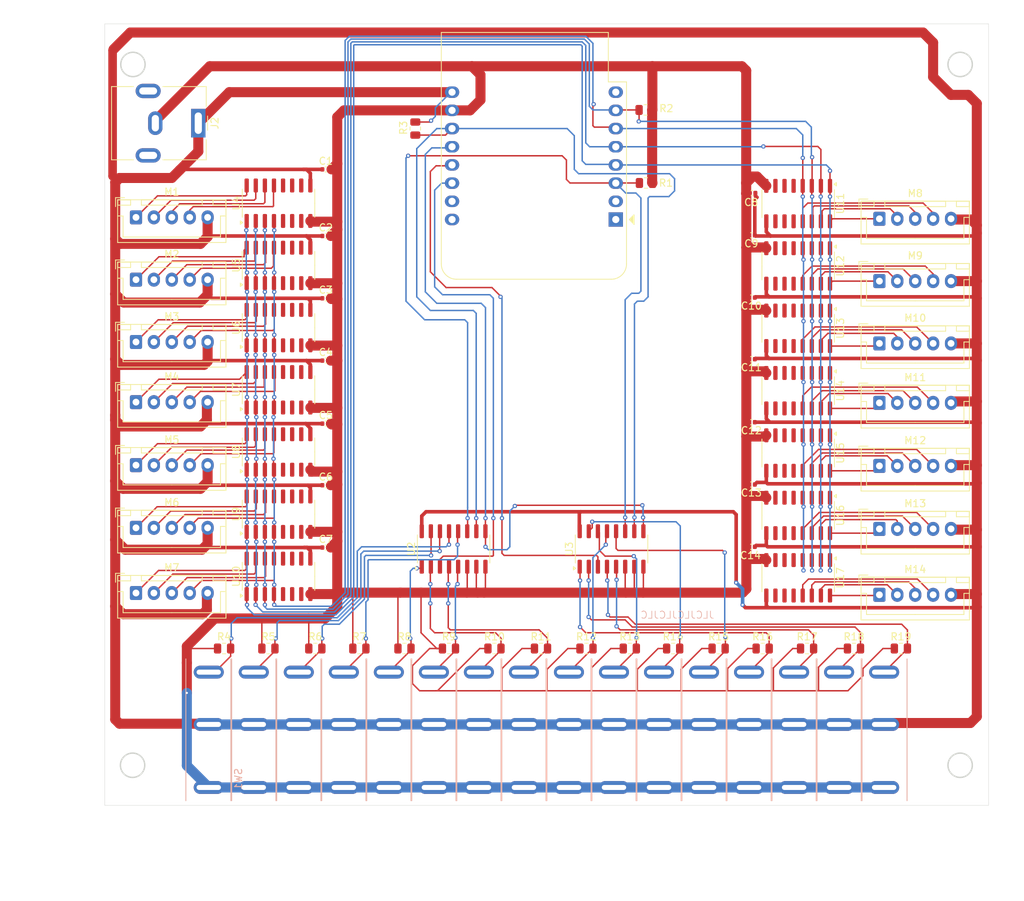
<source format=kicad_pcb>
(kicad_pcb (version 20240108) (generator "pcbnew") (generator_version "8.0")
  (layers (0 "F.Cu" signal) (31 "B.Cu" signal) (34 "B.Paste" user) (35 "F.Paste" user) (36 "B.SilkS" user "B.Silkscreen") (37 "F.SilkS" user "F.Silkscreen") (38 "B.Mask" user) (39 "F.Mask" user) (44 "Edge.Cuts" user))
  (net 0 "")
  (net 1 "RED")
  (net 2 "BLUE1")
  (net 3 "PINK1")
  (net 4 "ORANGE1")
  (net 5 "YELLOW1")
  (net 6 "PINK2")
  (net 7 "ORANGE2")
  (net 8 "BLUE2")
  (net 9 "YELLOW2")
  (net 10 "YELLOW3")
  (net 11 "BLUE3")
  (net 12 "ORANGE3")
  (net 13 "PINK3")
  (net 14 "SW1")
  (net 15 "GND")
  (net 16 "SW2")
  (net 17 "SW3")
  (net 18 "SW4")
  (net 19 "SW5")
  (net 20 "SW6")
  (net 21 "SW7")
  (net 22 "SW8")
  (net 23 "SW9")
  (net 24 "SW10")
  (net 25 "SW11")
  (net 26 "SW12")
  (net 27 "SW13")
  (net 28 "SW14")
  (net 29 "SW15")
  (net 30 "SW16")
  (net 34 "C")
  (net 35 "MUX2COM")
  (net 37 "MUX1COM")
  (net 38 "IN2")
  (net 40 "IN4")
  (net 41 "B")
  (net 42 "IN1")
  (net 43 "IN3")
  (net 44 "A")
  (net 129 "PINK4")
  (net 130 "BLUE4")
  (net 131 "YELLOW4")
  (net 132 "ORANGE4")
  (net 133 "YELLOW5")
  (net 134 "BLUE5")
  (net 135 "PINK5")
  (net 136 "ORANGE5")
  (net 137 "BLUE6")
  (net 138 "YELLOW6")
  (net 139 "PINK6")
  (net 140 "ORANGE6")
  (net 141 "ORANGE7")
  (net 142 "BLUE7")
  (net 143 "YELLOW7")
  (net 144 "PINK7")
  (net 145 "ORANGE8")
  (net 146 "YELLOW8")
  (net 147 "BLUE8")
  (net 148 "PINK8")
  (net 149 "BLUE9")
  (net 150 "YELLOW9")
  (net 151 "ORANGE9")
  (net 152 "PINK9")
  (net 153 "YELLOW10")
  (net 154 "PINK10")
  (net 155 "ORANGE10")
  (net 156 "BLUE10")
  (net 157 "YELLOW11")
  (net 158 "PINK11")
  (net 159 "ORANGE11")
  (net 160 "BLUE11")
  (net 161 "YELLOW12")
  (net 162 "BLUE12")
  (net 163 "ORANGE12")
  (net 164 "PINK12")
  (net 165 "ORANGE13")
  (net 166 "PINK13")
  (net 167 "BLUE13")
  (net 168 "YELLOW13")
  (net 169 "BLUE14")
  (net 170 "YELLOW14")
  (net 171 "ORANGE14")
  (net 172 "PINK14")
  (footprint "Package_SO:SOIC-16_3.9x9.9mm_P1.27mm" (layer "F.Cu") (at 182.2 103.258332 90)
    (property "Reference" "U8")
    (property "Value" "ULN2003A")
  )
  (footprint "Capacitor_SMD:C_0402_1005Metric" (layer "F.Cu") (at 248.22 116.5 180)
    (property "Reference" "C14")
    (property "Value" "10pF")
  )
  (footprint "Package_SO:SOIC-16_3.9x9.9mm_P1.27mm" (layer "F.Cu") (at 254.755 94.699999 -90)
    (property "Reference" "U14")
    (property "Value" "ULN2003A")
  )
  (footprint "Resistor_SMD:R_0805_2012Metric" (layer "F.Cu") (at 225.2 130.7)
    (property "Reference" "R12")
    (property "Value" "10K")
  )
  (footprint "Connector_JST:JST_XH_B5B-XH-A_1x05_P2.50mm_Vertical" (layer "F.Cu") (at 266.1 123.2)
    (property "Reference" "M14")
    (property "Value" "Stepper_Motor_unipolar_5pin")
  )
  (footprint "Resistor_SMD:R_0805_2012Metric" (layer "F.Cu") (at 231.25 130.7)
    (property "Reference" "R13")
    (property "Value" "10K")
  )
  (footprint "Connector_JST:JST_XH_B5B-XH-A_1x05_P2.50mm_Vertical" (layer "F.Cu") (at 162.3 113.85)
    (property "Reference" "M6")
    (property "Value" "Stepper_Motor_unipolar_5pin")
  )
  (footprint "Package_SO:SOIC-16_3.9x9.9mm_P1.27mm" (layer "F.Cu") (at 254.755 120.825 -90)
    (property "Reference" "U17")
    (property "Value" "ULN2003A")
  )
  (footprint "Resistor_SMD:R_0805_2012Metric" (layer "F.Cu") (at 180.7875 130.7)
    (property "Reference" "R5")
    (property "Value" "10K")
  )
  (footprint "Capacitor_SMD:C_0402_1005Metric" (layer "F.Cu") (at 248.22 73 180)
    (property "Reference" "C9")
    (property "Value" "10pF")
  )
  (footprint "Resistor_SMD:R_0805_2012Metric" (layer "F.Cu") (at 269.1 130.7)
    (property "Reference" "R19")
    (property "Value" "10K")
  )
  (footprint "Resistor_SMD:R_0805_2012Metric" (layer "F.Cu") (at 193.4875 130.7)
    (property "Reference" "R7")
    (property "Value" "10K")
  )
  (footprint "Package_SO:SOIC-16_3.9x9.9mm_P1.27mm" (layer "F.Cu") (at 182.2 94.574999 90)
    (property "Reference" "U7")
    (property "Value" "ULN2003A")
  )
  (footprint "Connector_BarrelJack:BarrelJack_CUI_PJ-063AH_Horizontal" (layer "F.Cu") (at 171 57.35 -90)
    (property "Reference" "J2")
    (property "Value" "Barrel_Jack")
  )
  (footprint "Package_SO:SOIC-16_3.9x9.9mm_P1.27mm" (layer "F.Cu") (at 182.2 77.208333 90)
    (property "Reference" "U5")
    (property "Value" "ULN2003A")
  )
  (footprint "Package_SO:SOIC-16_3.9x9.9mm_P1.27mm" (layer "F.Cu") (at 182.2 111.941665 90)
    (property "Reference" "U9")
    (property "Value" "ULN2003A")
  )
  (footprint "Capacitor_SMD:C_0402_1005Metric" (layer "F.Cu") (at 188.8 73.1)
    (property "Reference" "C2")
    (property "Value" "10pF")
  )
  (footprint "Capacitor_SMD:C_0402_1005Metric" (layer "F.Cu") (at 188.8 63.8)
    (property "Reference" "C1")
    (property "Value" "10pF")
  )
  (footprint "Connector_JST:JST_XH_B5B-XH-A_1x05_P2.50mm_Vertical" (layer "F.Cu") (at 162.3 96.3)
    (property "Reference" "M4")
    (property "Value" "Stepper_Motor_unipolar_5pin")
  )
  (footprint "Package_SO:SOIC-16_3.9x9.9mm_P1.27mm" (layer "F.Cu") (at 228.7 116.8 90)
    (property "Reference" "U3")
    (property "Value" "CD4051B")
  )
  (footprint "Capacitor_SMD:C_0402_1005Metric" (layer "F.Cu") (at 248.22 107.8 180)
    (property "Reference" "C13")
    (property "Value" "10pF")
  )
  (footprint "Connector_JST:JST_XH_B5B-XH-A_1x05_P2.50mm_Vertical" (layer "F.Cu") (at 162.3 87.9)
    (property "Reference" "M3")
    (property "Value" "Stepper_Motor_unipolar_5pin")
  )
  (footprint "Resistor_SMD:R_0805_2012Metric" (layer "F.Cu") (at 237.3 130.7)
    (property "Reference" "R14")
    (property "Value" "10K")
  )
  (footprint "Resistor_SMD:R_0805_2012Metric" (layer "F.Cu") (at 249.8 130.7)
    (property "Reference" "R16")
    (property "Value" "10K")
  )
  (footprint "Module:WEMOS_D1_mini_light" (layer "F.Cu") (at 229.29 70.8 180)
    (property "Reference" "U1" (hide yes))
    (property "Value" "WeMos_D1_mini")
  )
  (footprint "Resistor_SMD:R_0805_2012Metric" (layer "F.Cu") (at 212.35 130.7)
    (property "Reference" "R10")
    (property "Value" "10K")
  )
  (footprint "Connector_JST:JST_XH_B5B-XH-A_1x05_P2.50mm_Vertical" (layer "F.Cu") (at 162.3 105.1)
    (property "Reference" "M5")
    (property "Value" "Stepper_Motor_unipolar_5pin")
  )
  (footprint "Resistor_SMD:R_0805_2012Metric" (layer "F.Cu") (at 206 130.7)
    (property "Reference" "R9")
    (property "Value" "10K")
  )
  (footprint "Resistor_SMD:R_0805_2012Metric" (layer "F.Cu") (at 233.5025 65.7 180)
    (property "Reference" "R1")
    (property "Value" "1K")
  )
  (footprint "Package_SO:SOIC-16_3.9x9.9mm_P1.27mm" (layer "F.Cu") (at 254.755 112.116665 -90)
    (property "Reference" "U16")
    (property "Value" "ULN2003A")
  )
  (footprint "Connector_JST:JST_XH_B5B-XH-A_1x05_P2.50mm_Vertical" (layer "F.Cu") (at 162.3 70.5)
    (property "Reference" "M1")
    (property "Value" "Stepper_Motor_unipolar_5pin")
  )
  (footprint "Package_SO:SOIC-16_3.9x9.9mm_P1.27mm" (layer "F.Cu") (at 182.2 85.891666 90)
    (property "Reference" "U6")
    (property "Value" "ULN2003A")
  )
  (footprint "Capacitor_SMD:C_0402_1005Metric" (layer "F.Cu") (at 248.22 81.7 180)
    (property "Reference" "C10")
    (property "Value" "10pF")
  )
  (footprint "Capacitor_SMD:C_0402_1005Metric" (layer "F.Cu") (at 248.3 67.1 180)
    (property "Reference" "C8")
    (property "Value" "10pF")
  )
  (footprint "Resistor_SMD:R_0805_2012Metric" (layer "F.Cu") (at 243.65 130.7)
    (property "Reference" "R15")
    (property "Value" "10K")
  )
  (footprint "Connector_JST:JST_XH_B5B-XH-A_1x05_P2.50mm_Vertical" (layer "F.Cu") (at 266.1 79.4)
    (property "Reference" "M9")
    (property "Value" "Stepper_Motor_unipolar_5pin")
  )
  (footprint "Package_SO:SOIC-16_3.9x9.9mm_P1.27mm" (layer "F.Cu") (at 254.755 103.408332 -90)
    (property "Reference" "U15")
    (property "Value" "ULN2003A")
  )
  (footprint "Resistor_SMD:R_0805_2012Metric" (layer "F.Cu") (at 262.55 130.7)
    (property "Reference" "R18")
    (property "Value" "10K")
  )
  (footprint "Resistor_SMD:R_0805_2012Metric" (layer "F.Cu") (at 256 130.7)
    (property "Reference" "R17")
    (property "Value" "10K")
  )
  (footprint "Package_SO:SOIC-16_3.9x9.9mm_P1.27mm" (layer "F.Cu") (at 182.2 68.525 90)
    (property "Reference" "U4")
    (property "Value" "ULN2003A")
  )
  (footprint "Package_SO:SOIC-16_3.9x9.9mm_P1.27mm" (layer "F.Cu") (at 206.645 116.8 90)
    (property "Reference" "U2")
    (property "Value" "CD4051B")
  )
  (footprint "Resistor_SMD:R_0805_2012Metric" (layer "F.Cu") (at 218.85 130.7)
    (property "Reference" "R11")
    (property "Value" "10K")
  )
  (footprint "Capacitor_SMD:C_0402_1005Metric" (layer "F.Cu") (at 188.8 81.8)
    (property "Reference" "C3")
    (property "Value" "10pF")
  )
  (footprint "Capacitor_SMD:C_0402_1005Metric" (layer "F.Cu") (at 188.8 116.6)
    (property "Reference" "C7")
    (property "Value" "10pF")
  )
  (footprint "Resistor_SMD:R_0805_2012Metric" (layer "F.Cu") (at 187.3375 130.7)
    (property "Reference" "R6")
    (property "Value" "10K")
  )
  (footprint "Package_SO:SOIC-16_3.9x9.9mm_P1.27mm" (layer "F.Cu") (at 254.755 85.991666 -90)
    (property "Reference" "U13")
    (property "Value" "ULN2003A")
  )
  (footprint "Connector_JST:JST_XH_B5B-XH-A_1x05_P2.50mm_Vertical" (layer "F.Cu") (at 162.3 79.2)
    (property "Reference" "M2")
    (property "Value" "Stepper_Motor_unipolar_5pin")
  )
  (footprint "Connector_JST:JST_XH_B5B-XH-A_1x05_P2.50mm_Vertical" (layer "F.Cu") (at 266.1 70.7)
    (property "Reference" "M8")
    (property "Value" "Stepper_Motor_unipolar_5pin")
  )
  (footprint "Package_SO:SOIC-16_3.9x9.9mm_P1.27mm" (layer "F.Cu") (at 182.2 120.625 90)
    (property "Reference" "U10")
    (property "Value" "ULN2003A")
  )
  (footprint "Capacitor_SMD:C_0402_1005Metric" (layer "F.Cu") (at 188.8 99.3)
    (property "Reference" "C5")
    (property "Value" "10pF")
  )
  (footprint "Connector_JST:JST_XH_B5B-XH-A_1x05_P2.50mm_Vertical" (layer "F.Cu") (at 266.1 96.4)
    (property "Reference" "M11")
    (property "Value" "Stepper_Motor_unipolar_5pin")
  )
  (footprint "Capacitor_SMD:C_0402_1005Metric" (layer "F.Cu") (at 248.22 90.3 180)
    (property "Reference" "C11")
    (property "Value" "10pF")
  )
  (footprint "Connector_JST:JST_XH_B5B-XH-A_1x05_P2.50mm_Vertical" (layer "F.Cu") (at 266.1 105.2)
    (property "Reference" "M12")
    (property "Value" "Stepper_Motor_unipolar_5pin")
  )
  (footprint "Capacitor_SMD:C_0402_1005Metric" (layer "F.Cu") (at 188.8 90.5)
    (property "Reference" "C4")
    (property "Value" "10pF")
  )
  (footprint "Resistor_SMD:R_0805_2012Metric" (layer "F.Cu") (at 201.3 58.1 -90)
    (property "Reference" "R3")
    (property "Value" "1K")
  )
  (footprint "Resistor_SMD:R_0805_2012Metric" (layer "F.Cu") (at 199.7875 130.7)
    (property "Reference" "R8")
    (property "Value" "10K")
  )
  (footprint "Connector_JST:JST_XH_B5B-XH-A_1x05_P2.50mm_Vertical" (layer "F.Cu") (at 266.1 88.1)
    (property "Reference" "M10")
    (property "Value" "Stepper_Motor_unipolar_5pin")
  )
  (footprint "Connector_JST:JST_XH_B5B-XH-A_1x05_P2.50mm_Vertical" (layer "F.Cu") (at 162.3 122.95)
    (property "Reference" "M7")
    (property "Value" "Stepper_Motor_unipolar_5pin")
  )
  (footprint "Package_SO:SOIC-16_3.9x9.9mm_P1.27mm" (layer "F.Cu") (at 254.755 77.283333 -90)
    (property "Reference" "U12")
    (property "Value" "ULN2003A")
  )
  (footprint "Resistor_SMD:R_0805_2012Metric" (layer "F.Cu") (at 233.4575 55.5 180)
    (property "Reference" "R2")
    (property "Value" "1K")
  )
  (footprint "Capacitor_SMD:C_0402_1005Metric" (layer "F.Cu") (at 248.22 99.1 180)
    (property "Reference" "C12")
    (property "Value" "10pF")
  )
  (footprint "Connector_JST:JST_XH_B5B-XH-A_1x05_P2.50mm_Vertical" (layer "F.Cu") (at 266.1 114)
    (property "Reference" "M13")
    (property "Value" "Stepper_Motor_unipolar_5pin")
  )
  (footprint "Package_SO:SOIC-16_3.9x9.9mm_P1.27mm" (layer "F.Cu") (at 254.755 68.575 -90)
    (property "Reference" "U11")
    (property "Value" "ULN2003A")
  )
  (footprint "Capacitor_SMD:C_0402_1005Metric" (layer "F.Cu") (at 188.8 107.9)
    (property "Reference" "C6")
    (property "Value" "10pF")
  )
  (footprint "Resistor_SMD:R_0805_2012Metric" (layer "F.Cu") (at 174.6 130.7)
    (property "Reference" "R4")
    (property "Value" "10K")
  )
  (footprint "MS0850502F030P1A:SW_MS0850502F030P1A-fixed" (layer "B.Cu") (at 203.89334 150.1 90)
    (property "Reference" "SW6" (hide yes))
    (property "Value" "SW_Push_SPDT")
  )
  (footprint "MS0850502F030P1A:SW_MS0850502F030P1A-fixed" (layer "B.Cu") (at 235.32667 150.1 90)
    (property "Reference" "SW11" (hide yes))
    (property "Value" "SW_Push_SPDT")
  )
  (footprint "MS0850502F030P1A:SW_MS0850502F030P1A-fixed" (layer "B.Cu") (at 241.613336 150.1 90)
    (property "Reference" "SW12" (hide yes))
    (property "Value" "SW_Push_SPDT")
  )
  (footprint "MS0850502F030P1A:SW_MS0850502F030P1A-fixed" (layer "B.Cu") (at 254.186668 150.1 90)
    (property "Reference" "SW14" (hide yes))
    (property "Value" "SW_Push_SPDT")
  )
  (footprint "MS0850502F030P1A:SW_MS0850502F030P1A-fixed" (layer "B.Cu") (at 210.180006 150.1 90)
    (property "Reference" "SW7" (hide yes))
    (property "Value" "SW_Push_SPDT")
  )
  (footprint "MS0850502F030P1A:SW_MS0850502F030P1A-fixed" (layer "B.Cu") (at 191.320008 150.1 90)
    (property "Reference" "SW4" (hide yes))
    (property "Value" "SW_Push_SPDT")
  )
  (footprint "MS0850502F030P1A:SW_MS0850502F030P1A-fixed" (layer "B.Cu") (at 260.473334 150.1 90)
    (property "Reference" "SW15" (hide yes))
    (property "Value" "SW_Push_SPDT")
  )
  (footprint "MS0850502F030P1A:SW_MS0850502F030P1A-fixed" (layer "B.Cu") (at 229.040004 150.1 90)
    (property "Reference" "SW10" (hide yes))
    (property "Value" "SW_Push_SPDT")
  )
  (footprint "MS0850502F030P1A:SW_MS0850502F030P1A-fixed" (layer "B.Cu") (at 216.466672 150.1 90)
    (property "Reference" "SW8" (hide yes))
    (property "Value" "SW_Push_SPDT")
  )
  (footprint "MS0850502F030P1A:SW_MS0850502F030P1A-fixed" (layer "B.Cu") (at 222.753338 150.1 90)
    (property "Reference" "SW9" (hide yes))
    (property "Value" "SW_Push_SPDT")
  )
  (footprint "MS0850502F030P1A:SW_MS0850502F030P1A-fixed" (layer "B.Cu") (at 266.76 150.1 90)
    (property "Reference" "SW16" (hide yes))
    (property "Value" "SW_Push_SPDT")
  )
  (footprint "MS0850502F030P1A:SW_MS0850502F030P1A-fixed" (layer "B.Cu") (at 178.746676 150.1 90)
    (property "Reference" "SW2" (hide yes))
    (property "Value" "SW_Push_SPDT")
  )
  (footprint "MS0850502F030P1A:SW_MS0850502F030P1A-fixed" (layer "B.Cu") (at 197.606674 150.1 90)
    (property "Reference" "SW5" (hide yes))
    (property "Value" "SW_Push_SPDT")
  )
  (footprint "MS0850502F030P1A:SW_MS0850502F030P1A-fixed" (layer "B.Cu") (at 247.900002 150.1 90)
    (property "Reference" "SW13" (hide yes))
    (property "Value" "SW_Push_SPDT")
  )
  (footprint "MS0850502F030P1A:SW_MS0850502F030P1A-fixed" (layer "B.Cu") (at 172.46001 150.1 90)
    (property "Reference" "SW1")
    (property "Value" "SW_Push_SPDT")
  )
  (footprint "MS0850502F030P1A:SW_MS0850502F030P1A-fixed" (layer "B.Cu") (at 185.033342 150.1 90)
    (property "Reference" "SW3" (hide yes))
    (property "Value" "SW_Push_SPDT")
  )
  (gr_line (start 157.933621 43.489026) (end 281.15 43.489026) (stroke (width 0.05)) (layer "Edge.Cuts"))
  (gr_line (start 281.34 152.298408) (end 281.34 152.601591) (stroke (width 0.05)) (layer "Edge.Cuts"))
  (gr_line (start 157.933621 152.603183) (end 157.933621 43.489026) (stroke (width 0.05)) (layer "Edge.Cuts"))
  (gr_circle (center 161.8226 147) (end 163.5226 147) (stroke (width 0.2)) (fill none) (layer "Edge.Cuts"))
  (gr_circle (center 277.3726 49.15) (end 279.0726 49.15) (stroke (width 0.2)) (fill none) (layer "Edge.Cuts"))
  (gr_circle (center 161.8726 49.15) (end 163.5726 49.15) (stroke (width 0.2)) (fill none) (layer "Edge.Cuts"))
  (gr_line (start 281.34 152.298408) (end 281.34 43.487434) (stroke (width 0.05)) (layer "Edge.Cuts"))
  (gr_line (start 281.34 43.487434) (end 281.2726 43.487434) (stroke (width 0.05)) (layer "Edge.Cuts"))
  (gr_line (start 281.2726 43.489026) (end 281.15 43.489026) (stroke (width 0.05)) (layer "Edge.Cuts"))
  (gr_circle (center 277.3726 147) (end 279.0726 147) (stroke (width 0.2)) (fill none) (layer "Edge.Cuts"))
  (gr_line (start 157.933621 152.603183) (end 281.34 152.603183) (stroke (width 0.05)) (layer "Edge.Cuts"))
  (gr_text "JLCJLCJLCJLC" (at 243.1 126.6 0) (layer "B.SilkS") (effects (font (size 1 1) (thickness 0.1)) (justify left bottom mirror)))
  (segment (start 202.2 112.2) (end 202.2 114.325) (width 0.5) (layer "F.Cu") (net 1))
  (segment (start 185.7 63.8) (end 168.5 63.8) (width 0.5) (layer "F.Cu") (net 1))
  (segment (start 247.4 125) (end 247 124.6) (width 0.5) (layer "F.Cu") (net 1))
  (segment (start 172.6 73.1) (end 172.5 73) (width 0.5) (layer "F.Cu") (net 1))
  (segment (start 248.8 73.1) (end 248.7 73) (width 0.5) (layer "F.Cu") (net 1))
  (segment (start 279.6 107.7) (end 279.7 107.6) (width 0.2) (layer "F.Cu") (net 1))
  (segment (start 249 67.7) (end 248.78 67.48) (width 0.5) (layer "F.Cu") (net 1))
  (segment (start 186.645 66.05) (end 186.645 64.345) (width 0.5) (layer "F.Cu") (net 1))
  (segment (start 172.2 96.4) (end 172.3 96.3) (width 1.4) (layer "F.Cu") (net 1))
  (segment (start 186.645 118.15) (end 186.645 117.045) (width 0.5) (layer "F.Cu") (net 1))
  (segment (start 186.1 73.1) (end 172.6 73.1) (width 0.5) (layer "F.Cu") (net 1))
  (segment (start 171.8 91.1) (end 172.3 90.6) (width 1.4) (layer "F.Cu") (net 1))
  (segment (start 279.7 71.6) (end 278.9 70.8) (width 1.4) (layer "F.Cu") (net 1))
  (segment (start 159.4 98.1) (end 159.4 107.3) (width 1.4) (layer "F.Cu") (net 1))
  (segment (start 278.8 141.1) (end 279.7 140.2) (width 1.4) (layer "F.Cu") (net 1))
  (segment (start 159.4 90.3) (end 159.4 98.1) (width 1.4) (layer "F.Cu") (net 1))
  (segment (start 250.31 88.466666) (end 250.31 89.81) (width 0.5) (layer "F.Cu") (net 1))
  (segment (start 186.645 91.045) (end 186.1 90.5) (width 0.5) (layer "F.Cu") (net 1))
  (segment (start 266.96 141.1) (end 266.76 141.3) (width 1.4) (layer "F.Cu") (net 1))
  (segment (start 273.6 50.9) (end 273.6 46.1) (width 1.4) (layer "F.Cu") (net 1))
  (segment (start 159.4 73.5) (end 160.1 74.2) (width 1.4) (layer "F.Cu") (net 1))
  (segment (start 224.2 114.27) (end 224.255 114.325) (width 0.5) (layer "F.Cu") (net 1))
  (segment (start 186 81.8) (end 188.32 81.8) (width 0.5) (layer "F.Cu") (net 1))
  (segment (start 186.645 117.045) (end 186.2 116.6) (width 0.5) (layer "F.Cu") (net 1))
  (segment (start 171.2 82.4) (end 172.3 81.3) (width 1.4) (layer "F.Cu") (net 1))
  (segment (start 159.4 140.6) (end 160 141.2) (width 1.4) (layer "F.Cu") (net 1))
  (segment (start 159.033621 47.166379) (end 159.033621 64.733621) (width 1.2) (layer "F.Cu") (net 1))
  (segment (start 250.7 90.2) (end 279.4 90.2) (width 0.5) (layer "F.Cu") (net 1))
  (segment (start 159.4 98.1) (end 159.4 98.8) (width 1.4) (layer "F.Cu") (net 1))
  (segment (start 245.7 111.6) (end 224.4 111.6) (width 0.5) (layer "F.Cu") (net 1))
  (segment (start 276.1 53.4) (end 273.6 50.9) (width 1.4) (layer "F.Cu") (net 1))
  (segment (start 186 99.3) (end 188.32 99.3) (width 0.5) (layer "F.Cu") (net 1))
  (segment (start 159.4 73.5) (end 159.4 81.2) (width 1.4) (layer "F.Cu") (net 1))
  (segment (start 186.1 63.8) (end 185.7 63.8) (width 0.5) (layer "F.Cu") (net 1))
  (segment (start 160.5 108.4) (end 171.3 108.4) (width 1.4) (layer "F.Cu") (net 1))
  (segment (start 250.31 123.3) (end 250.31 124.71) (width 0.5) (layer "F.Cu") (net 1))
  (segment (start 171 61.3) (end 168.4 63.9) (width 1.4) (layer "F.Cu") (net 1))
  (segment (start 186.645 64.345) (end 186.1 63.8) (width 0.5) (layer "F.Cu") (net 1))
  (segment (start 186.645 73.645) (end 186.645 74.733333) (width 0.5) (layer "F.Cu") (net 1))
  (segment (start 172.5 73) (end 172.3 73.2) (width 0.2) (layer "F.Cu") (net 1))
  (segment (start 186.2 116.6) (end 185.8 116.6) (width 0.5) (layer "F.Cu") (net 1))
  (segment (start 250.8 99.1) (end 279.6 99.1) (width 0.5) (layer "F.Cu") (net 1))
  (segment (start 186.2 73.2) (end 186.1 73.1) (width 0.5) (layer "F.Cu") (net 1))
  (segment (start 175.33 53.02) (end 171 57.35) (width 1.4) (layer "F.Cu") (net 1))
  (segment (start 159.4 107.3) (end 159.4 115.5) (width 1.4) (layer "F.Cu") (net 1))
  (segment (start 171 57.35) (end 171 61.3) (width 1.4) (layer "F.Cu") (net 1))
  (segment (start 159.4 81.2) (end 159.4 90.3) (width 1.4) (layer "F.Cu") (net 1))
  (segment (start 172.3 90.6) (end 172.3 87.9) (width 1.4) (layer "F.Cu") (net 1))
  (segment (start 186.645 83.416666) (end 186.645 82.145) (width 0.5) (layer "F.Cu") (net 1))
  (segment (start 279.7 96.2) (end 279.7 90.5) (width 1.4) (layer "F.Cu") (net 1))
  (segment (start 203.3125 57.1875) (end 203.5 57) (width 0.2) (layer "F.Cu") (net 1))
  (segment (start 159.4 81.2) (end 160.6 82.4) (width 1.4) (layer "F.Cu") (net 1))
  (segment (start 159.4 98.8) (end 160.3 99.7) (width 1.4) (layer "F.Cu") (net 1))
  (segment (start 172.2 125.3) (end 172.2 123.05) (width 1.4) (layer "F.Cu") (net 1))
  (segment (start 186.645 109.466665) (end 186.645 108.245) (width 0.5) (layer "F.Cu") (net 1))
  (segment (start 250.31 79.758333) (end 250.31 81.21) (width 0.5) (layer "F.Cu") (net 1))
  (segment (start 250.31 105.883332) (end 250.31 107.51) (width 0.5) (layer "F.Cu") (net 1))
  (segment (start 172.3 81.3) (end 172.3 79.2) (width 1.4) (layer "F.Cu") (net 1))
  (segment (start 172.8 81.8) (end 172.3 81.3) (width 0.2) (layer "F.Cu") (net 1))
  (segment (start 246.1 121.5) (end 246.1 112) (width 0.5) (layer "F.Cu") (net 1))
  (segment (start 168.4 63.9) (end 167.3 65) (width 1.4) (layer "F.Cu") (net 1))
  (segment (start 279.7 72.7) (end 279.7 71.6) (width 1.4) (layer "F.Cu") (net 1))
  (segment (start 159.4 124.8) (end 159.4 140.6) (width 1.4) (layer "F.Cu") (net 1))
  (segment (start 250.5 107.7) (end 279.6 107.7) (width 0.5) (layer "F.Cu") (net 1))
  (segment (start 167.3 65) (end 160 65) (width 1.4) (layer "F.Cu") (net 1))
  (segment (start 206.43 53.02) (end 175.33 53.02) (width 1.4) (layer "F.Cu") (net 1))
  (segment (start 186 81.8) (end 172.8 81.8) (width 0.5) (layer "F.Cu") (net 1))
  (segment (start 159.65 65.35) (end 159.4 65.6) (width 1.4) (layer "F.Cu") (net 1))
  (segment (start 159.033621 64.733621) (end 159.65 65.35) (width 1.2) (layer "F.Cu") (net 1))
  (segment (start 250.31 107.51) (end 248.99 107.51) (width 0.5) (layer "F.Cu") (net 1))
  (segment (start 248.7 68) (end 249 67.7) (width 0.5) (layer "F.Cu") (net 1))
  (segment (start 224.4 111.6) (end 224.2 111.8) (width 0.5) (layer "F.Cu") (net 1))
  (segment (start 246.1 112) (end 245.7 111.6) (width 0.5) (layer "F.Cu") (net 1))
  (segment (start 171.3 108.4) (end 172.3 107.4) (width 1.4) (layer "F.Cu") (net 1))
  (segment (start 250.31 116.31) (end 250.5 116.5) (width 0.5) (layer "F.Cu") (net 1))
  (segment (start 250.8 99.1) (end 248.7 99.1) (width 0.5) (layer "F.Cu") (net 1))
  (segment (start 250.31 81.21) (end 250.7 81.6) (width 0.5) (layer "F.Cu") (net 1))
  (segment (start 279.6 99.1) (end 279.7 99.2) (width 0.2) (layer "F.Cu") (net 1))
  (segment (start 172.2 123.05) (end 172.3 122.95) (width 1.4) (layer "F.Cu") (net 1))
  (segment (start 278.5 53.4) (end 276.1 53.4) (width 1.4) (layer "F.Cu") (net 1))
  (segment (start 248.89 116.31) (end 248.7 116.5) (width 0.5) (layer "F.Cu") (net 1))
  (segment (start 172.3 73.2) (end 172.3 70.5) (width 1.4) (layer "F.Cu") (net 1))
  (segment (start 279.7 88.1) (end 279.7 81.8) (width 1.4) (layer "F.Cu") (net 1))
  (segment (start 186.3 81.8) (end 186 81.8) (width 0.5) (layer "F.Cu") (net 1))
  (segment (start 276.2 123.1) (end 276.1 123.2) (width 1.4) (layer "F.Cu") (net 1))
  (segment (start 160.2 91.1) (end 171.8 91.1) (width 1.4) (layer "F.Cu") (net 1))
  (segment (start 279.3 73.1) (end 279.5 72.9) (width 0.5) (layer "F.Cu") (net 1))
  (segment (start 171.3 99.7) (end 172.2 98.8) (width 1.4) (layer "F.Cu") (net 1))
  (segment (start 159.4 107.3) (end 160.5 108.4) (width 1.4) (layer "F.Cu") (net 1))
  (segment (start 201.3 57.1875) (end 203.3125 57.1875) (width 0.2) (layer "F.Cu") (net 1))
  (segment (start 171.6 125.9) (end 172.2 125.3) (width 1.4) (layer "F.Cu") (net 1))
  (segment (start 279.7 107.6) (end 279.7 105.1) (width 1.4) (layer "F.Cu") (net 1))
  (segment (start 279.7 140.2) (end 279.7 124.9) (width 1.4) (layer "F.Cu") (net 1))
  (segment (start 186.2 73.2) (end 186.645 73.645) (width 0.5) (layer "F.Cu") (net 1))
  (segment (start 160.6 82.4) (end 171.2 82.4) (width 1.4) (layer "F.Cu") (net 1))
  (segment (start 159.4 90.3) (end 160.2 91.1) (width 1.4) (layer "F.Cu") (net 1))
  (segment (start 250.31 98.61) (end 250.8 99.1) (width 0.5) (layer "F.Cu") (net 1))
  (segment (start 171.5 116.9) (end 172.3 116.1) (width 1.4) (layer "F.Cu") (net 1))
  (segment (start 159.4 115.5) (end 160.8 116.9) (width 1.4) (layer "F.Cu") (net 1))
  (segment (start 159.4 115.5) (end 159.4 124.8) (width 1.4) (layer "F.Cu") (net 1))
  (segment (start 248.99 107.51) (end 248.7 107.8) (width 0.5) (layer "F.Cu") (net 1))
  (segment (start 279.7 123.1) (end 279.7 116.5) (width 1.4) (layer "F.Cu") (net 1))
  (segment (start 159.4 124.8) (end 160.5 125.9) (width 1.4) (layer "F.Cu") (net 1))
  (segment (start 279.6 81.7) (end 279.7 81.8) (width 0.2) (layer "F.Cu") (net 1))
  (segment (start 160.5 125.9) (end 171.6 125.9) (width 1.4) (layer "F.Cu") (net 1))
  (segment (start 279.7 79.4) (end 276.1 79.4) (width 1.4) (layer "F.Cu") (net 1))
  (segment (start 248.7 73) (end 248.7 68) (width 0.5) (layer "F.Cu") (net 1))
  (segment (start 202.8 111.6) (end 202.2 112.2) (width 0.5) (layer "F.Cu") (net 1))
  (segment (start 186.645 92.099999) (end 186.645 91.045) (width 0.5) (layer "F.Cu") (net 1))
  (segment (start 279.5 81.6) (end 279.6 81.7) (width 0.5) (layer "F.Cu") (net 1))
  (segment (start 250.5 116.5) (end 279.7 116.5) (width 0.5) (layer "F.Cu") (net 1))
  (segment (start 250.6 125) (end 247.4 125) (width 0.5) (layer "F.Cu") (net 1))
  (segment (start 278.9 70.8) (end 276.2 70.8) (width 1.4) (layer "F.Cu") (net 1))
  (segment (start 279.7 123.1) (end 276.2 123.1) (width 1.4) (layer "F.Cu") (net 1))
  (segment (start 159.178354 47.021646) (end 159.033621 47.166379) (width 1.2) (layer "F.Cu") (net 1))
  (segment (start 279.7 81.8) (end 279.7 79.4) (width 1.4) (layer "F.Cu") (net 1))
  (segment (start 172.3 107.4) (end 172.3 105.1) (width 1.4) (layer "F.Cu") (net 1))
  (segment (start 276.2 70.8) (end 276.1 70.7) (width 1.4) (layer "F.Cu") (net 1))
  (segment (start 250.9 73.1) (end 279.3 73.1) (width 0.5) (layer "F.Cu") (net 1))
  (segment (start 161.510974 44.689026) (end 159.178354 47.021646) (width 1.4) (layer "F.Cu") (net 1))
  (segment (start 279.6 125) (end 279.7 124.9) (width 0.2) (layer "F.Cu") (net 1))
  (segment (start 159.4 65.6) (end 159.4 73.5) (width 1.4) (layer "F.Cu") (net 1))
  (segment (start 172.3 116.1) (end 172.3 113.85) (width 1.4) (layer "F.Cu") (net 1))
  (segment (start 172.2 98.8) (end 172.2 96.4) (width 1.4) (layer "F.Cu") (net 1))
  (segment (start 185.8 116.6) (end 188.32 116.6) (width 0.5) (layer "F.Cu") (net 1))
  (segment (start 250.31 97.174999) (end 250.31 98.61) (width 0.5) (layer "F.Cu") (net 1))
  (segment (start 160.1 74.2) (end 171.3 74.2) (width 1.4) (layer "F.Cu") (net 1))
  (segment (start 250.31 116.31) (end 248.89 116.31) (width 0.5) (layer "F.Cu") (net 1))
  (segment (start 276.2 105.1) (end 276.1 105.2) (width 1.4) (layer "F.Cu") (net 1))
  (segment (start 279.7 71.6) (end 279.7 54.6) (width 1.4) (layer "F.Cu") (net 1))
  (segment (start 171.6 108.1) (end 171.3 108.4) (width 0.2) (layer "F.Cu") (net 1))
  (segment (start 160.3 99.7) (end 171.3 99.7) (width 1.4) (layer "F.Cu") (net 1))
  (segment (start 186.3 107.9) (end 188.32 107.9) (width 0.5) (layer "F.Cu") (net 1))
  (segment (start 250.7 81.6) (end 279.5 81.6) (width 0.5) (layer "F.Cu") (net 1))
  (segment (start 186.1 90.5) (end 188.32 90.5) (width 0.5) (layer "F.Cu") (net 1))
  (segment (start 276.2 114.1) (end 276.1 114) (width 1.4) (layer "F.Cu") (net 1))
  (segment (start 171.8 107.9) (end 171.6 108.1) (width 0.5) (layer "F.Cu") (net 1))
  (segment (start 250.7 90.2) (end 248.8 90.2) (width 0.5) (layer "F.Cu") (net 1))
  (segment (start 250.31 107.51) (end 250.5 107.7) (width 0.5) (layer "F.Cu") (net 1))
  (segment (start 168.5 63.8) (end 168.4 63.9) (width 0.2) (layer "F.Cu") (net 1))
  (segment (start 248.78 67.48) (end 248.78 67.1) (width 0.5) (layer "F.Cu") (net 1))
  (segment (start 250.31 89.81) (end 250.7 90.2) (width 0.5) (layer "F.Cu") (net 1))
  (segment (start 279.4 90.2) (end 279.7 90.5) (width 0.2) (layer "F.Cu") (net 1))
  (segment (start 186.1 73.1) (end 188.32 73.1) (width 0.5) (layer "F.Cu") (net 1))
  (segment (start 250.6 125) (end 279.6 125) (width 0.5) (layer "F.Cu") (net 1))
  (segment (start 160.8 116.9) (end 171.5 116.9) (width 1.4) (layer "F.Cu") (net 1))
  (segment (start 171.7 99.3) (end 171.6 99.4) (width 0.5) (layer "F.Cu") (net 1))
  (segment (start 279.7 124.9) (end 279.7 123.1) (width 1.4) (layer "F.Cu") (net 1))
  (segment (start 186.1 90.5) (end 172.4 90.5) (width 0.5) (layer "F.Cu") (net 1))
  (segment (start 172.4 90.5) (end 172.3 90.6) (width 0.2) (layer "F.Cu") (net 1))
  (segment (start 279.5 72.9) (end 279.7 72.7) (width 0.2) (layer "F.Cu") (net 1))
  (segment (start 279.7 54.6) (end 278.5 53.4) (width 1.4) (layer "F.Cu") (net 1))
  (segment (start 250.9 73.1) (end 248.8 73.1) (width 0.5) (layer "F.Cu") (net 1))
  (segment (start 250.31 124.71) (end 250.6 125) (width 0.5) (layer "F.Cu") (net 1))
  (segment (start 279.7 79.4) (end 279.7 72.7) (width 1.4) (layer "F.Cu") (net 1))
  (segment (start 224.4 111.6) (end 202.8 111.6) (width 0.5) (layer "F.Cu") (net 1))
  (segment (start 279.7 99.2) (end 279.7 96.2) (width 1.4) (layer "F.Cu") (net 1))
  (segment (start 279.7 114.1) (end 276.2 114.1) (width 1.4) (layer "F.Cu") (net 1))
  (segment (start 171.6 99.4) (end 171.3 99.7) (width 0.2) (layer "F.Cu") (net 1))
  (segment (start 276.3 96.2) (end 276.1 96.4) (width 1.4) (layer "F.Cu") (net 1))
  (segment (start 172.36001 141.2) (end 172.46001 141.3) (width 1.4) (layer "F.Cu") (net 1))
  (segment (start 186.645 99.945) (end 186 99.3) (width 0.5) (layer "F.Cu") (net 1))
  (segment (start 250.7 81.6) (end 248.8 81.6) (width 0.5) (layer "F.Cu") (net 1))
  (segment (start 224.2 111.8) (end 224.2 114.27) (width 0.5) (layer "F.Cu") (net 1))
  (segment (start 248.8 81.6) (end 248.7 81.7) (width 0.5) (layer "F.Cu") (net 1))
  (segment (start 171.8 116.6) (end 171.5 116.9) (width 0.2) (layer "F.Cu") (net 1))
  (segment (start 279.7 105.1) (end 279.7 99.2) (width 1.4) (layer "F.Cu") (net 1))
  (segment (start 279.7 96.2) (end 276.3 96.2) (width 1.4) (layer "F.Cu") (net 1))
  (segment (start 185.7 63.8) (end 188.32 63.8) (width 0.5) (layer "F.Cu") (net 1))
  (segment (start 279.7 116.5) (end 279.7 114.1) (width 1.4) (layer "F.Cu") (net 1))
  (segment (start 186.645 82.145) (end 186.3 81.8) (width 0.5) (layer "F.Cu") (net 1))
  (segment (start 160 141.2) (end 172.36001 141.2) (width 1.4) (layer "F.Cu") (net 1))
  (segment (start 250.31 72.51) (end 250.9 73.1) (width 0.5) (layer "F.Cu") (net 1))
  (segment (start 273.6 46.1) (end 272.189026 44.689026) (width 1.4) (layer "F.Cu") (net 1))
  (segment (start 278.8 141.1) (end 266.96 141.1) (width 1.4) (layer "F.Cu") (net 1))
  (segment (start 160 65) (end 159.65 65.35) (width 1.4) (layer "F.Cu") (net 1))
  (segment (start 185.8 116.6) (end 171.8 116.6) (width 0.5) (layer "F.Cu") (net 1))
  (segment (start 279.7 114.1) (end 279.7 107.6) (width 1.4) (layer "F.Cu") (net 1))
  (segment (start 186.645 108.245) (end 186.3 107.9) (width 0.5) (layer "F.Cu") (net 1))
  (segment (start 279.7 105.1) (end 276.2 105.1) (width 1.4) (layer "F.Cu") (net 1))
  (segment (start 248.8 90.2) (end 248.7 90.3) (width 0.5) (layer "F.Cu") (net 1))
  (segment (start 279.7 90.5) (end 279.7 88.1) (width 1.4) (layer "F.Cu") (net 1))
  (segment (start 186 99.3) (end 171.7 99.3) (width 0.5) (layer "F.Cu") (net 1))
  (segment (start 171.3 74.2) (end 172.3 73.2) (width 1.4) (layer "F.Cu") (net 1))
  (segment (start 279.7 88.1) (end 276.1 88.1) (width 1.4) (layer "F.Cu") (net 1))
  (segment (start 250.31 114.591665) (end 250.31 116.31) (width 0.5) (layer "F.Cu") (net 1))
  (segment (start 186.645 100.783332) (end 186.645 99.945) (width 0.5) (layer "F.Cu") (net 1))
  (segment (start 272.189026 44.689026) (end 161.510974 44.689026) (width 1.4) (layer "F.Cu") (net 1))
  (segment (start 186.3 107.9) (end 171.8 107.9) (width 0.5) (layer "F.Cu") (net 1))
  (segment (start 250.31 71.05) (end 250.31 72.51) (width 0.5) (layer "F.Cu") (net 1))
  (via (at 247 124.6) (size 0.6) (drill 0.3) (layers "F.Cu" "B.Cu") (net 1))
  (via (at 203.5 57) (size 0.6) (drill 0.3) (layers "F.Cu" "B.Cu") (net 1))
  (via (at 246.1 121.5) (size 0.6) (drill 0.3) (layers "F.Cu" "B.Cu") (net 1))
  (segment (start 178.746676 141.3) (end 185.033342 141.3) (width 1.4) (layer "B.Cu") (net 1))
  (segment (start 247 124.6) (end 247 122.4) (width 0.5) (layer "B.Cu") (net 1))
  (segment (start 197.606674 141.3) (end 203.89334 141.3) (width 1.4) (layer "B.Cu") (net 1))
  (segment (start 210.180006 141.3) (end 216.466672 141.3) (width 1.4) (layer "B.Cu") (net 1))
  (segment (start 235.32667 141.3) (end 241.613336 141.3) (width 1.4) (layer "B.Cu") (net 1))
  (segment (start 172.46001 141.3) (end 178.746676 141.3) (width 1.4) (layer "B.Cu") (net 1))
  (segment (start 203.89334 141.3) (end 210.180006 141.3) (width 1.4) (layer "B.Cu") (net 1))
  (segment (start 203.5 57) (end 204.1 56.4) (width 0.2) (layer "B.Cu") (net 1))
  (segment (start 260.473334 141.3) (end 266.76 141.3) (width 1.4) (layer "B.Cu") (net 1))
  (segment (start 229.040004 141.3) (end 235.32667 141.3) (width 1.4) (layer "B.Cu") (net 1))
  (segment (start 241.613336 141.3) (end 247.900002 141.3) (width 1.4) (layer "B.Cu") (net 1))
  (segment (start 204.1 55.2) (end 206.28 53.02) (width 0.2) (layer "B.Cu") (net 1))
  (segment (start 191.320008 141.3) (end 197.606674 141.3) (width 1.4) (layer "B.Cu") (net 1))
  (segment (start 247 122.4) (end 246.1 121.5) (width 0.5) (layer "B.Cu") (net 1))
  (segment (start 204.1 56.4) (end 204.1 55.2) (width 0.2) (layer "B.Cu") (net 1))
  (segment (start 216.466672 141.3) (end 222.753338 141.3) (width 1.4) (layer "B.Cu") (net 1))
  (segment (start 185.033342 141.3) (end 191.320008 141.3) (width 1.4) (layer "B.Cu") (net 1))
  (segment (start 254.186668 141.3) (end 260.473334 141.3) (width 1.4) (layer "B.Cu") (net 1))
  (segment (start 222.753338 141.3) (end 229.040004 141.3) (width 1.4) (layer "B.Cu") (net 1))
  (segment (start 247.900002 141.3) (end 254.186668 141.3) (width 1.4) (layer "B.Cu") (net 1))
  (segment (start 206.28 53.02) (end 206.43 53.02) (width 0.2) (layer "B.Cu") (net 1))
  (segment (start 165.3 67.5) (end 177.6 67.5) (width 0.2) (layer "F.Cu") (net 2))
  (segment (start 177.755 67.345) (end 177.755 66.05) (width 0.2) (layer "F.Cu") (net 2))
  (segment (start 162.3 70.5) (end 165.3 67.5) (width 0.2) (layer "F.Cu") (net 2))
  (segment (start 177.6 67.5) (end 177.755 67.345) (width 0.2) (layer "F.Cu") (net 2))
  (segment (start 178.8 68.1) (end 179.025 67.875) (width 0.2) (layer "F.Cu") (net 3))
  (segment (start 179.025 67.875) (end 179.025 66.05) (width 0.2) (layer "F.Cu") (net 3))
  (segment (start 164.8 70.5) (end 167.2 68.1) (width 0.2) (layer "F.Cu") (net 3))
  (segment (start 167.2 68.1) (end 178.8 68.1) (width 0.2) (layer "F.Cu") (net 3))
  (segment (start 181.4 69) (end 181.5 68.9) (width 0.2) (layer "F.Cu") (net 4))
  (segment (start 169.8 69.5) (end 170.3 69) (width 0.2) (layer "F.Cu") (net 4))
  (segment (start 181.5 68.9) (end 181.5 66.115) (width 0.2) (layer "F.Cu") (net 4))
  (segment (start 170.3 69) (end 181.4 69) (width 0.2) (layer "F.Cu") (net 4))
  (segment (start 181.5 66.115) (end 181.565 66.05) (width 0.2) (layer "F.Cu") (net 4))
  (segment (start 169.8 70.5) (end 169.8 69.5) (width 0.2) (layer "F.Cu") (net 4))
  (segment (start 180.3 68.4) (end 180.3 66.055) (width 0.2) (layer "F.Cu") (net 5))
  (segment (start 180.1 68.6) (end 180.3 68.4) (width 0.2) (layer "F.Cu") (net 5))
  (segment (start 168.4 68.6) (end 180.1 68.6) (width 0.2) (layer "F.Cu") (net 5))
  (segment (start 180.3 66.055) (end 180.295 66.05) (width 0.2) (layer "F.Cu") (net 5))
  (segment (start 167.3 69.7) (end 168.4 68.6) (width 0.2) (layer "F.Cu") (net 5))
  (segment (start 167.3 70.5) (end 167.3 69.7) (width 0.2) (layer "F.Cu") (net 5))
  (segment (start 178.9 76.6) (end 178.9 74.858333) (width 0.2) (layer "F.Cu") (net 6))
  (segment (start 178.9 74.858333) (end 179.025 74.733333) (width 0.2) (layer "F.Cu") (net 6))
  (segment (start 164.8 79.2) (end 167.4 76.6) (width 0.2) (layer "F.Cu") (net 6))
  (segment (start 167.4 76.6) (end 178.9 76.6) (width 0.2) (layer "F.Cu") (net 6))
  (segment (start 181.2 77.6) (end 181.5 77.3) (width 0.2) (layer "F.Cu") (net 7))
  (segment (start 181.5 77.3) (end 181.5 74.798333) (width 0.2) (layer "F.Cu") (net 7))
  (segment (start 181.5 74.798333) (end 181.565 74.733333) (width 0.2) (layer "F.Cu") (net 7))
  (segment (start 171.4 77.6) (end 181.2 77.6) (width 0.2) (layer "F.Cu") (net 7))
  (segment (start 169.8 79.2) (end 171.4 77.6) (width 0.2) (layer "F.Cu") (net 7))
  (segment (start 162.3 79.2) (end 165.5 76) (width 0.2) (layer "F.Cu") (net 8))
  (segment (start 177.4 75.088333) (end 177.755 74.733333) (width 0.2) (layer "F.Cu") (net 8))
  (segment (start 165.5 76) (end 177.4 76) (width 0.2) (layer "F.Cu") (net 8))
  (segment (start 177.4 76) (end 177.4 75.088333) (width 0.2) (layer "F.Cu") (net 8))
  (segment (start 180.4 76.8) (end 180.4 74.838333) (width 0.2) (layer "F.Cu") (net 9))
  (segment (start 169.4 77.1) (end 180.1 77.1) (width 0.2) (layer "F.Cu") (net 9))
  (segment (start 167.3 79.2) (end 169.4 77.1) (width 0.2) (layer "F.Cu") (net 9))
  (segment (start 180.4 74.838333) (end 180.295 74.733333) (width 0.2) (layer "F.Cu") (net 9))
  (segment (start 180.1 77.1) (end 180.4 76.8) (width 0.2) (layer "F.Cu") (net 9))
  (segment (start 180.1 85.7) (end 180.4 85.4) (width 0.2) (layer "F.Cu") (net 10))
  (segment (start 180.4 85.4) (end 180.4 83.521666) (width 0.2) (layer "F.Cu") (net 10))
  (segment (start 167.3 87.9) (end 169.5 85.7) (width 0.2) (layer "F.Cu") (net 10))
  (segment (start 169.5 85.7) (end 180.1 85.7) (width 0.2) (layer "F.Cu") (net 10))
  (segment (start 180.4 83.521666) (end 180.295 83.416666) (width 0.2) (layer "F.Cu") (net 10))
  (segment (start 177.755 84.545) (end 177.755 83.416666) (width 0.2) (layer "F.Cu") (net 11))
  (segment (start 165.4 84.8) (end 177.5 84.8) (width 0.2) (layer "F.Cu") (net 11))
  (segment (start 177.5 84.8) (end 177.755 84.545) (width 0.2) (layer "F.Cu") (net 11))
  (segment (start 162.3 87.9) (end 165.4 84.8) (width 0.2) (layer "F.Cu") (net 11))
  (segment (start 181.6 83.451666) (end 181.565 83.416666) (width 0.2) (layer "F.Cu") (net 12))
  (segment (start 169.8 87.9) (end 171.4 86.3) (width 0.2) (layer "F.Cu") (net 12))
  (segment (start 171.4 86.3) (end 181.4 86.3) (width 0.2) (layer "F.Cu") (net 12))
  (segment (start 181.4 86.3) (end 181.6 86.1) (width 0.2) (layer "F.Cu") (net 12))
  (segment (start 181.6 86.1) (end 181.6 83.451666) (width 0.2) (layer "F.Cu") (net 12))
  (segment (start 178.9 85.2) (end 179.1 85) (width 0.2) (layer "F.Cu") (net 13))
  (segment (start 167.5 85.2) (end 178.9 85.2) (width 0.2) (layer "F.Cu") (net 13))
  (segment (start 164.8 87.9) (end 167.5 85.2) (width 0.2) (layer "F.Cu") (net 13))
  (segment (start 179.1 83.491666) (end 179.025 83.416666) (width 0.2) (layer "F.Cu") (net 13))
  (segment (start 179.1 85) (end 179.1 83.491666) (width 0.2) (layer "F.Cu") (net 13))
  (segment (start 175.5125 131.7875) (end 175.5125 130.7) (width 0.2) (layer "F.Cu") (net 14))
  (segment (start 206 116.2) (end 206 114.335) (width 0.2) (layer "F.Cu") (net 14))
  (segment (start 172.46001 134) (end 173.3 134) (width 0.2) (layer "F.Cu") (net 14))
  (segment (start 175.5125 130.7) (end 175.5125 129.3875) (width 0.2) (layer "F.Cu") (net 14))
  (segment (start 173.3 134) (end 175.5125 131.7875) (width 0.2) (layer "F.Cu") (net 14))
  (segment (start 175.5125 129.3875) (end 175.6 129.3) (width 0.2) (layer "F.Cu") (net 14))
  (segment (start 206 114.335) (end 206.01 114.325) (width 0.2) (layer "F.Cu") (net 14))
  (via (at 206 116.2) (size 0.6) (drill 0.3) (layers "F.Cu" "B.Cu") (net 14))
  (via (at 175.6 129.3) (size 0.6) (drill 0.3) (layers "F.Cu" "B.Cu") (net 14))
  (segment (start 175.6 129.3) (end 175.6 127.2) (width 0.2) (layer "B.Cu") (net 14))
  (segment (start 193.6 116.7) (end 193.8 116.5) (width 0.2) (layer "B.Cu") (net 14))
  (segment (start 190.4 126.4) (end 193.2 123.6) (width 0.2) (layer "B.Cu") (net 14))
  (segment (start 193.8 116.5) (end 205.6 116.5) (width 0.2) (layer "B.Cu") (net 14))
  (segment (start 176.4 126.4) (end 190.4 126.4) (width 0.2) (layer "B.Cu") (net 14))
  (segment (start 205.6 116.5) (end 205.9 116.2) (width 0.2) (layer "B.Cu") (net 14))
  (segment (start 175.6 127.2) (end 176.4 126.4) (width 0.2) (layer "B.Cu") (net 14))
  (segment (start 193.2 117.1) (end 193.6 116.7) (width 0.2) (layer "B.Cu") (net 14))
  (segment (start 205.9 116.2) (end 206 116.2) (width 0.2) (layer "B.Cu") (net 14))
  (segment (start 193.2 123.6) (end 193.2 117.1) (width 0.2) (layer "B.Cu") (net 14))
  (segment (start 247.52 118.2) (end 250.16 118.2) (width 1.4) (layer "F.Cu") (net 15))
  (segment (start 233.145 119.275) (end 233.145 122.855) (width 0.2) (layer "F.Cu") (net 15))
  (segment (start 254 130.7) (end 251.3 133.4) (width 0.2) (layer "F.Cu") (net 15))
  (segment (start 209.2 49.4) (end 234.4 49.4) (width 1.4) (layer "F.Cu") (net 15))
  (segment (start 190.4 124.8) (end 188.7 126.5) (width 1.4) (layer "F.Cu") (net 15))
  (segment (start 219.7 136.6) (end 219.1 136.6) (width 0.2) (layer "F.Cu") (net 15))
  (segment (start 244.9 136.6) (end 251.3 136.6) (width 0.2) (layer "F.Cu") (net 15))
  (segment (start 248.4 64.8) (end 249.01 64.8) (width 1.4) (layer "F.Cu") (net 15))
  (segment (start 250.068335 109.4) (end 250.31 109.641665) (width 1.4) (layer "F.Cu") (net 15))
  (segment (start 186.911668 106) (end 186.645 105.733332) (width 1.4) (layer "F.Cu") (net 15))
  (segment (start 188.7 126.5) (end 186.4 126.5) (width 1.4) (layer "F.Cu") (net 15))
  (segment (start 186.4 126.5) (end 180.2 126.5) (width 1.4) (layer "F.Cu") (net 15))
  (segment (start 208.55 119.275) (end 208.55 122.85) (width 0.2) (layer "F.Cu") (net 15))
  (segment (start 241.3 130.7) (end 238.4 133.6) (width 0.2) (layer "F.Cu") (net 15))
  (segment (start 190.4 115.7) (end 190.4 122.9) (width 1.4) (layer "F.Cu") (net 15))
  (segment (start 231.875 119.275) (end 231.875 122.775) (width 0.2) (layer "F.Cu") (net 15))
  (segment (start 190.4 114.4) (end 190.4 115.7) (width 1.4) (layer "F.Cu") (net 15))
  (segment (start 203.3 130.7) (end 205.0875 130.7) (width 0.2) (layer "F.Cu") (net 15))
  (segment (start 172.6 49.4) (end 209.2 49.4) (width 1.4) (layer "F.Cu") (net 15))
  (segment (start 219.1 136.6) (end 211.6 136.6) (width 0.2) (layer "F.Cu") (net 15))
  (segment (start 180.2 126.5) (end 173.3 126.5) (width 1.4) (layer "F.Cu") (net 15))
  (segment (start 190.4 107.8) (end 190.4 114.4) (width 1.4) (layer "F.Cu") (net 15))
  (segment (start 190.4 72.2) (end 190.4 79.7) (width 1.4) (layer "F.Cu") (net 15))
  (segment (start 190.4 115.7) (end 189.5 116.6) (width 1.4) (layer "F.Cu") (net 15))
  (segment (start 248.8875 130.7) (end 247.7 130.7) (width 0.2) (layer "F.Cu") (net 15))
  (segment (start 213.4 133.5) (end 213.4 136.6) (width 0.2) (layer "F.Cu") (net 15))
  (segment (start 242.7375 130.7) (end 241.3 130.7) (width 0.2) (layer "F.Cu") (net 15))
  (segment (start 247.7 130.7) (end 244.9 133.5) (width 0.2) (layer "F.Cu") (net 15))
  (segment (start 246.9 49.4) (end 247.5 50) (width 1.4) (layer "F.Cu") (net 15))
  (segment (start 250.085001 92) (end 250.31 92.224999) (width 1.4) (layer "F.Cu") (net 15))
  (segment (start 169.4 130.4) (end 169.4 132.7) (width 1.4) (layer "F.Cu") (net 15))
  (segment (start 247.52 122.38) (end 247.52 118.2) (width 1.4) (layer "F.Cu") (net 15))
  (segment (start 208.5 122.9) (end 210 122.9) (width 1.4) (layer "F.Cu") (net 15))
  (segment (start 189.6 107.8) (end 189.5 107.9) (width 1.4) (layer "F.Cu") (net 15))
  (segment (start 208.94 55.56) (end 206.43 55.56) (width 1.4) (layer "F.Cu") (net 15))
  (segment (start 247 122.9) (end 247.52 122.38) (width 1.4) (layer "F.Cu") (net 15))
  (segment (start 247.52 109.4) (end 247.52 101.1) (width 1.4) (layer "F.Cu") (net 15))
  (segment (start 251.3 133.4) (end 251.3 136.6) (width 0.2) (layer "F.Cu") (net 15))
  (segment (start 190.4 99.4) (end 189.6 99.4) (width 1.4) (layer "F.Cu") (net 15))
  (segment (start 186.661665 114.4) (end 186.645 114.416665) (width 1.4) (layer "F.Cu") (net 15))
  (segment (start 200.9 133.1) (end 203.3 130.7) (width 0.2) (layer "F.Cu") (net 15))
  (segment (start 201.9 136.6) (end 200.9 135.6) (width 0.2) (layer "F.Cu") (net 15))
  (segment (start 233.1 122.9) (end 247 122.9) (width 1.4) (layer "F.Cu") (net 15))
  (segment (start 247.52 83.4) (end 247.52 74.7) (width 1.4) (layer "F.Cu") (net 15))
  (segment (start 209.82 122.72) (end 210 122.9) (width 0.2) (layer "F.Cu") (net 15))
  (segment (start 190.4 99.4) (end 190.4 106) (width 1.4) (layer "F.Cu") (net 15))
  (segment (start 198.875 123.225) (end 199.2 122.9) (width 0.2) (layer "F.Cu") (net 15))
  (segment (start 211.09 119.275) (end 211.09 122.71) (width 0.2) (layer "F.Cu") (net 15))
  (segment (start 238.4 136.6) (end 244.9 136.6) (width 0.2) (layer "F.Cu") (net 15))
  (segment (start 190.4 71.1) (end 186.745 71.1) (width 1.4) (layer "F.Cu") (net 15))
  (segment (start 217.9375 130.7) (end 216.2 130.7) (width 0.2) (layer "F.Cu") (net 15))
  (segment (start 230.605 122.805) (end 230.7 122.9) (width 0.2) (layer "F.Cu") (net 15))
  (segment (start 190.4 90.5) (end 189.5 90.5) (width 1.4) (layer "F.Cu") (net 15))
  (segment (start 192.575 130.7) (end 192.575 123.025) (width 0.2) (layer "F.Cu") (net 15))
  (segment (start 209.2 49.4) (end 210.4 50.6) (width 1.4) (layer "F.Cu") (net 15))
  (segment (start 190.4 106) (end 190.4 107.8) (width 1.4) (layer "F.Cu") (net 15))
  (segment (start 205.0875 130.7) (end 204.3 130.7) (width 0.2) (layer "F.Cu") (net 15))
  (segment (start 231.875 122.775) (end 232 122.9) (width 0.2) (layer "F.Cu") (net 15))
  (segment (start 191.34 55.56) (end 206.43 55.56) (width 1.4) (layer "F.Cu") (net 15))
  (segment (start 238.4 133.6) (end 238.4 136.6) (width 0.2) (layer "F.Cu") (net 15))
  (segment (start 186.745 71.1) (end 186.645 71) (width 1.4) (layer "F.Cu") (net 15))
  (segment (start 249.01 64.8) (end 250.31 66.1) (width 1.4) (layer "F.Cu") (net 15))
  (segment (start 189.6 63.8) (end 190.4 63) (width 1.4) (layer "F.Cu") (net 15))
  (segment (start 190.4 81.9) (end 190.4 88.4) (width 1.4) (layer "F.Cu") (net 15))
  (segment (start 189.6 81.9) (end 189.5 81.8) (width 1.4) (layer "F.Cu") (net 15))
  (segment (start 219.1 136.6) (end 225.9 136.6) (width 0.2) (layer "F.Cu") (net 15))
  (segment (start 192.575 123.025) (end 192.7 122.9) (width 0.2) (layer "F.Cu") (net 15))
  (segment (start 247.5 65.7) (end 248.4 64.8) (width 1.4) (layer "F.Cu") (net 15))
  (segment (start 244.9 133.5) (end 244.9 136.6) (width 0.2) (layer "F.Cu") (net 15))
  (segment (start 230.7 122.9) (end 232 122.9) (width 1.4) (layer "F.Cu") (net 15))
  (segment (start 190.4 122.9) (end 192.7 122.9) (width 1.4) (layer "F.Cu") (net 15))
  (segment (start 190.4 97.1) (end 190.4 99.4) (width 1.4) (layer "F.Cu") (net 15))
  (segment (start 210.4 54.1) (end 208.94 55.56) (width 1.4) (layer "F.Cu") (net 15))
  (segment (start 247.5 67.16) (end 247.5 65.7) (width 1.4) (layer "F.Cu") (net 15))
  (segment (start 232.3 133.6) (end 232.3 136.6) (width 0.2) (layer "F.Cu") (net 15))
  (segment (start 266.6 130.7) (end 268.1875 130.7) (width 0.2) (layer "F.Cu") (net 15))
  (segment (start 190.4 79.7) (end 186.661667 79.7) (width 1.4) (layer "F.Cu") (net 15))
  (segment (start 186.695001 97.1) (end 186.645 97.049999) (width 1.4) (layer "F.Cu") (net 15))
  (segment (start 173.3 126.5) (end 169.4 130.4) (width 1.4) (layer "F.Cu") (net 15))
  (segment (start 208.55 122.85) (end 208.5 122.9) (width 0.2) (layer "F.Cu") (net 15))
  (segment (start 216.2 130.7) (end 213.4 133.5) (width 0.2) (layer "F.Cu") (net 15))
  (segment (start 186.661667 79.7) (end 186.645 79.683333) (width 1.4) (layer "F.Cu") (net 15))
  (segment (start 190.4 122.9) (end 190.4 124.8) (width 1.4) (layer "F.Cu") (net 15))
  (segment (start 190.4 72.2) (end 189.5 73.1) (width 1.4) (layer "F.Cu") (net 15))
  (segment (start 260.2 130.7) (end 257.6 133.3) (width 0.2) (layer "F.Cu") (net 15))
  (segment (start 234.37 55.5) (end 234.37 65.655) (width 1.4) (layer "F.Cu") (net 15))
  (segment (start 210.3 130.7) (end 204.4 136.6) (width 0.2) (layer "F.Cu") (net 15))
  (segment (start 247.52 74.7) (end 247.52 67.18) (width 1.4) (layer "F.Cu") (net 15))
  (segment (start 247.52 67.18) (end 247.5 67.16) (width 1.4) (layer "F.Cu") (net 15))
  (segment (start 234.4 49.4) (end 234.4 55.47) (width 1.4) (layer "F.Cu") (net 15))
  (segment (start 247.52 83.4) (end 250.193334 83.4) (width 1.4) (layer "F.Cu") (net 15))
  (segment (start 190.4 56.5) (end 191.34 55.56) (width 1.4) (layer "F.Cu") (net 15))
  (segment (start 204.4 136.6) (end 204.2 136.6) (width 0.2) (layer "F.Cu") (net 15))
  (segment (start 186.425 126.525) (end 186.4 126.5) (width 0.2) (layer "F.Cu") (net 15))
  (segment (start 222.6 130.7) (end 219.7 133.6) (width 0.2) (layer "F.Cu") (net 15))
  (segment (start 199.2 122.9) (end 202.1 122.9) (width 1.4) (layer "F.Cu") (net 15))
  (segment (start 234.37 65.655) (end 234.415 65.7) (width 1.4) (layer "F.Cu") (net 15))
  (segment (start 250.193334 83.4) (end 250.31 83.516666) (width 1.4) (layer "F.Cu") (net 15))
  (segment (start 190.4 88.4) (end 190.4 90.5) (width 1.4) (layer "F.Cu") (net 15))
  (segment (start 234.4 55.47) (end 234.37 55.5) (width 1.4) (layer "F.Cu") (net 15))
  (segment (start 247.5 50) (end 247.5 65.7) (width 1.4) (layer "F.Cu") (net 15))
  (segment (start 225.9 136.6) (end 232.3 136.6) (width 0.2) (layer "F.Cu") (net 15))
  (segment (start 190.4 97.1) (end 186.695001 97.1) (width 1.4) (layer "F.Cu") (net 15))
  (segment (start 247.52 74.7) (end 250.201667 74.7) (width 1.4) (layer "F.Cu") (net 15))
  (segment (start 230.605 119.275) (end 230.605 122.805) (width 0.2) (layer "F.Cu") (net 15))
  (segment (start 190.4 63) (end 190.4 71.1) (width 1.4) (layer "F.Cu") (net 15))
  (segment (start 189.28 63.8) (end 189.6 63.8) (width 0.2) (layer "F.Cu") (net 15))
  (segment (start 169.4 132.7) (end 169.4 136.9) (width 1.4) (layer "F.Cu") (net 15))
  (segment (start 165 57.35) (end 165 57) (width 0.2) (layer "F.Cu") (net 15))
  (segment (start 213.4 136.6) (end 211.6 136.6) (width 0.2) (layer "F.Cu") (net 15))
  (segment (start 250.16 118.2) (end 250.31 118.35) (width 1.4) (layer "F.Cu") (net 15))
  (segment (start 198.875 130.7) (end 198.875 123.225) (width 0.2) (layer "F.Cu") (net 15))
  (segment (start 209.82 119.275) (end 209.82 122.72) (width 0.2) (layer "F.Cu") (net 15))
  (segment (start 236.3875 130.7) (end 235.2 130.7) (width 0.2) (layer "F.Cu") (net 15))
  (segment (start 255.0875 130.7) (end 254 130.7) (width 0.2) (layer "F.Cu") (net 15))
  (segment (start 190.4 63) (end 190.4 56.5) (width 1.4) (layer "F.Cu") (net 15))
  (segment (start 202.1 128.5) (end 202.1 122.9) (width 0.2) (layer "F.Cu") (net 15))
  (segment (start 200.9 135.6) (end 200.9 133.1) (width 0.2) (layer "F.Cu") (net 15))
  (segment (start 230.3375 130.7) (end 228.6 130.7) (width 0.2) (layer "F.Cu") (net 15))
  (segment (start 219.7 133.6) (end 219.7 136.6) (width 0.2) (layer "F.Cu") (net 15))
  (segment (start 165 57) (end 172.6 49.4) (width 1.4) (layer "F.Cu") (net 15))
  (segment (start 190.4 106) (end 186.911668 106) (width 1.4) (layer "F.Cu") (net 15))
  (segment (start 257.5 136.6) (end 261.7 136.6) (width 0.2) (layer "F.Cu") (net 15))
  (segment (start 247.52 101.1) (end 247.52 92) (width 1.4) (layer "F.Cu") (net 15))
  (segment (start 261.6375 130.7) (end 260.2 130.7) (width 0.2) (layer "F.Cu") (net 15))
  (segment (start 211.09 122.71) (end 210.9 122.9) (width 0.2) (layer "F.Cu") (net 15))
  (segment (start 224.2875 130.7) (end 222.6 130.7) (width 0.2) (layer "F.Cu") (net 15))
  (segment (start 190.4 122.9) (end 190.2 123.1) (width 1.4) (layer "F.Cu") (net 15))
  (segment (start 251.3 136.6) (end 257.5 136.6) (width 0.2) (layer "F.Cu") (net 15))
  (segment (start 204.3 130.7) (end 202.1 128.5) (width 0.2) (layer "F.Cu") (net 15))
  (segment (start 247.52 118.2) (end 247.52 109.4) (width 1.4) (layer "F.Cu") (net 15))
  (segment (start 204.2 136.6) (end 201.9 136.6) (width 0.2) (layer "F.Cu") (net 15))
  (segment (start 190.4 71.1) (end 190.4 72.2) (width 1.4) (layer "F.Cu") (net 15))
  (segment (start 210.9 122.9) (end 230.7 122.9) (width 1.4) (layer "F.Cu") (net 15))
  (segment (start 232.3 136.6) (end 238.4 136.6) (width 0.2) (layer "F.Cu") (net 15))
  (segment (start 190.4 107.8) (end 189.6 107.8) (width 1.4) (layer "F.Cu") (net 15))
  (segment (start 192.7 122.9) (end 199.2 122.9) (width 1.4) (layer "F.Cu") (net 15))
  (segment (start 179.875 126.825) (end 180.2 126.5) (width 0.2) (layer "F.Cu") (net 15))
  (segment (start 189.6 99.4) (end 189.5 99.3) (width 1.4) (layer "F.Cu") (net 15))
  (segment (start 247.52 92) (end 247.52 83.4) (width 1.4) (layer "F.Cu") (net 15))
  (segment (start 247.52 101.1) (end 250.143332 101.1) (width 1.4) (layer "F.Cu") (net 15))
  (segment (start 234.4 49.4) (end 246.9 49.4) (width 1.4) (layer "F.Cu") (net 15))
  (segment (start 261.7 136.6) (end 263.8 134.5) (width 0.2) (layer "F.Cu") (net 15))
  (segment (start 210.4 50.6) (end 210.4 54.1) (width 1.4) (layer "F.Cu") (net 15))
  (segment (start 173.6875 130.7) (end 169.7 130.7) (width 0.2) (layer "F.Cu") (net 15))
  (segment (start 263.8 134.5) (end 263.8 133.5) (width 0.2) (layer "F.Cu") (net 15))
  (segment (start 250.201667 74.7) (end 250.31 74.808333) (width 1.4) (layer "F.Cu") (net 15))
  (segment (start 233.145 122.855) (end 233.1 122.9) (width 0.2) (layer "F.Cu") (net 15))
  (segment (start 190.2 123.1) (end 186.645 123.1) (width 1.4) (layer "F.Cu") (net 15))
  (segment (start 179.875 130.7) (end 179.875 126.825) (width 0.2) (layer "F.Cu") (net 15))
  (segment (start 263.8 133.5) (end 266.6 130.7) (width 0.2) (layer "F.Cu") (net 15))
  (segment (start 190.4 88.4) (end 186.678334 88.4) (width 1.4) (layer "F.Cu") (net 15))
  (segment (start 186.425 130.7) (end 186.425 126.525) (width 0.2) (layer "F.Cu") (net 15))
  (segment (start 190.4 90.5) (end 190.4 97.1) (width 1.4) (layer "F.Cu") (net 15))
  (segment (start 225.9 133.4) (end 225.9 136.6) (width 0.2) (layer "F.Cu") (net 15))
  (segment (start 247.52 109.4) (end 250.068335 109.4) (width 1.4) (layer "F.Cu") (net 15))
  (segment (start 250.143332 101.1) (end 250.31 100.933332) (width 1.4) (layer "F.Cu") (net 15))
  (segment (start 235.2 130.7) (end 232.3 133.6) (width 0.2) (layer "F.Cu") (net 15))
  (segment (start 210 122.9) (end 210.9 122.9) (width 1.4) (layer "F.Cu") (net 15))
  (segment (start 190.4 79.7) (end 190.4 81.9) (width 1.4) (layer "F.Cu") (net 15))
  (segment (start 190.4 81.9) (end 189.6 81.9) (width 1.4) (layer "F.Cu") (net 15))
  (segment (start 228.6 130.7) (end 225.9 133.4) (width 0.2) (layer "F.Cu") (net 15))
  (segment (start 211.4375 130.7) (end 210.3 130.7) (width 0.2) (layer "F.Cu") (net 15))
  (segment (start 257.6 133.3) (end 257.6 136.5) (width 0.2) (layer "F.Cu") (net 15))
  (segment (start 257.6 136.5) (end 257.5 136.6) (width 0.2) (layer "F.Cu") (net 15))
  (segment (start 169.7 130.7) (end 169.4 130.4) (width 0.2) (layer "F.Cu") (net 15))
  (segment (start 186.678334 88.4) (end 186.645 88.366666) (width 1.4) (layer "F.Cu") (net 15))
  (segment (start 247.52 92) (end 250.085001 92) (width 1.4) (layer "F.Cu") (net 15))
  (segment (start 232 122.9) (end 233.1 122.9) (width 1.4) (layer "F.Cu") (net 15))
  (segment (start 247.52 67.18) (end 247.6 67.1) (width 1.4) (layer "F.Cu") (net 15))
  (segment (start 202.1 122.9) (end 208.5 122.9) (width 1.4) (layer "F.Cu") (net 15))
  (segment (start 190.4 114.4) (end 186.661665 114.4) (width 1.4) (layer "F.Cu") (net 15))
  (segment (start 211.6 136.6) (end 204.2 136.6) (width 0.2) (layer "F.Cu") (net 15))
  (via (at 169.4 136.9) (size 0.6) (drill 0.3) (layers "F.Cu" "B.Cu") (net 15))
  (segment (start 229.040004 150.1) (end 235.32667 150.1) (width 1.4) (layer "B.Cu") (net 15))
  (segment (start 191.320008 150.1) (end 197.606674 150.1) (width 1.4) (layer "B.Cu") (net 15))
  (segment (start 178.746676 150.1) (end 185.033342 150.1) (width 1.4) (layer "B.Cu") (net 15))
  (segment (start 169.4 136.9) (end 169.4 147.03999) (width 1.4) (layer "B.Cu") (net 15))
  (segment (start 210.180006 150.1) (end 216.466672 150.1) (width 1.4) (layer "B.Cu") (net 15))
  (segment (start 235.32667 150.1) (end 241.613336 150.1) (width 1.4) (layer "B.Cu") (net 15))
  (segment (start 206.62 55.75) (end 206.43 55.56) (width 0.2) (layer "B.Cu") (net 15))
  (segment (start 254.186668 150.1) (end 260.473334 150.1) (width 1.4) (layer "B.Cu") (net 15))
  (segment (start 203.89334 150.1) (end 210.180006 150.1) (width 1.4) (layer "B.Cu") (net 15))
  (segment (start 185.033342 150.1) (end 191.320008 150.1) (width 1.4) (layer "B.Cu") (net 15))
  (segment (start 197.606674 150.1) (end 203.89334 150.1) (width 1.4) (layer "B.Cu") (net 15))
  (segment (start 169.4 147.03999) (end 172.46001 150.1) (width 1.4) (layer "B.Cu") (net 15))
  (segment (start 247.900002 150.1) (end 254.186668 150.1) (width 1.4) (layer "B.Cu") (net 15))
  (segment (start 260.473334 150.1) (end 266.76 150.1) (width 1.4) (layer "B.Cu") (net 15))
  (segment (start 216.466672 150.1) (end 222.753338 150.1) (width 1.4) (layer "B.Cu") (net 15))
  (segment (start 172.46001 150.1) (end 178.746676 150.1) (width 1.4) (layer "B.Cu") (net 15))
  (segment (start 222.753338 150.1) (end 229.040004 150.1) (width 1.4) (layer "B.Cu") (net 15))
  (segment (start 241.613336 150.1) (end 247.900002 150.1) (width 1.4) (layer "B.Cu") (net 15))
  (segment (start 181.7 131.046676) (end 178.746676 134) (width 0.2) (layer "F.Cu") (net 16))
  (segment (start 181.7 129.4) (end 181.8 129.3) (width 0.2) (layer "F.Cu") (net 16))
  (segment (start 204.7 117.1) (end 204.7 114.365) (width 0.2) (layer "F.Cu") (net 16))
  (segment (start 181.7 130.7) (end 181.7 129.4) (width 0.2) (layer "F.Cu") (net 16))
  (segment (start 181.7 130.7) (end 181.7 131.046676) (width 0.2) (layer "F.Cu") (net 16))
  (segment (start 204.7 114.365) (end 204.74 114.325) (width 0.2) (layer "F.Cu") (net 16))
  (via (at 204.7 117.1) (size 0.6) (drill 0.3) (layers "F.Cu" "B.Cu") (net 16))
  (via (at 181.8 129.3) (size 0.6) (drill 0.3) (layers "F.Cu" "B.Cu") (net 16))
  (segment (start 181.8 129.3) (end 182 129.1) (width 0.2) (layer "B.Cu") (net 16))
  (segment (start 193.7 123.665686) (end 193.7 117.5) (width 0.2) (layer "B.Cu") (net 16))
  (segment (start 193.7 117.5) (end 194.1 117.1) (width 0.2) (layer "B.Cu") (net 16))
  (segment (start 182 129.1) (end 182 127.1) (width 0.2) (layer "B.Cu") (net 16))
  (segment (start 182.3 126.8) (end 190.565686 126.8) (width 0.2) (layer "B.Cu") (net 16))
  (segment (start 182 127.1) (end 182.3 126.8) (width 0.2) (layer "B.Cu") (net 16))
  (segment (start 194.1 117.1) (end 204.7 117.1) (width 0.2) (layer "B.Cu") (net 16))
  (segment (start 190.565686 126.8) (end 193.7 123.665686) (width 0.2) (layer "B.Cu") (net 16))
  (segment (start 188.25 130.783342) (end 185.033342 134) (width 0.2) (layer "F.Cu") (net 17))
  (segment (start 188.25 130.7) (end 188.25 129.35) (width 0.2) (layer "F.Cu") (net 17))
  (segment (start 203.5 114.355) (end 203.47 114.325) (width 0.2) (layer "F.Cu") (net 17))
  (segment (start 188.25 129.35) (end 188.3 129.3) (width 0.2) (layer "F.Cu") (net 17))
  (segment (start 203.5 117.7) (end 203.5 114.355) (width 0.2) (layer "F.Cu") (net 17))
  (segment (start 188.25 130.7) (end 188.25 130.783342) (width 0.2) (layer "F.Cu") (net 17))
  (via (at 188.3 129.3) (size 0.6) (drill 0.3) (layers "F.Cu" "B.Cu") (net 17))
  (via (at 203.5 117.7) (size 0.6) (drill 0.3) (layers "F.Cu" "B.Cu") (net 17))
  (segment (start 190.7 127.3) (end 194.2 123.8) (width 0.2) (layer "B.Cu") (net 17))
  (segment (start 188.3 127.6) (end 188.6 127.3) (width 0.2) (layer "B.Cu") (net 17))
  (segment (start 194.4 117.7) (end 203.5 117.7) (width 0.2) (layer "B.Cu") (net 17))
  (segment (start 194.2 117.9) (end 194.4 117.7) (width 0.2) (layer "B.Cu") (net 17))
  (segment (start 188.3 129.3) (end 188.3 127.6) (width 0.2) (layer "B.Cu") (net 17))
  (segment (start 194.2 123.8) (end 194.2 117.9) (width 0.2) (layer "B.Cu") (net 17))
  (segment (start 188.6 127.3) (end 190.7 127.3) (width 0.2) (layer "B.Cu") (net 17))
  (segment (start 194.4 130.7) (end 194.4 129.3) (width 0.2) (layer "F.Cu") (net 18))
  (segment (start 194.4 130.7) (end 194.4 130.920008) (width 0.2) (layer "F.Cu") (net 18))
  (segment (start 207.2 116.2) (end 207.2 114.405) (width 0.2) (layer "F.Cu") (net 18))
  (segment (start 207.2 114.405) (end 207.28 114.325) (width 0.2) (layer "F.Cu") (net 18))
  (segment (start 194.4 130.920008) (end 191.320008 134) (width 0.2) (layer "F.Cu") (net 18))
  (via (at 194.4 129.3) (size 0.6) (drill 0.3) (layers "F.Cu" "B.Cu") (net 18))
  (via (at 207.2 116.2) (size 0.6) (drill 0.3) (layers "F.Cu" "B.Cu") (net 18))
  (segment (start 194.8 118.3) (end 206.7 118.3) (width 0.2) (layer "B.Cu") (net 18))
  (segment (start 194.7 123.9) (end 194.7 118.4) (width 0.2) (layer "B.Cu") (net 18))
  (segment (start 207.2 117.8) (end 207.2 116.2) (width 0.2) (layer "B.Cu") (net 18))
  (segment (start 194.4 129.3) (end 194.4 124.2) (width 0.2) (layer "B.Cu") (net 18))
  (segment (start 194.7 118.4) (end 194.8 118.3) (width 0.2) (layer "B.Cu") (net 18))
  (segment (start 194.4 124.2) (end 194.7 123.9) (width 0.2) (layer "B.Cu") (net 18))
  (segment (start 206.7 118.3) (end 207.2 117.8) (width 0.2) (layer "B.Cu") (net 18))
  (segment (start 200.7 129.4) (end 200.6 129.3) (width 0.2) (layer "F.Cu") (net 19))
  (segment (start 201.975 119.5) (end 202.2 119.275) (width 0.2) (layer "F.Cu") (net 19))
  (segment (start 201.5 119.5) (end 201.975 119.5) (width 0.2) (layer "F.Cu") (net 19))
  (segment (start 200.7 130.7) (end 200.7 129.4) (width 0.2) (layer "F.Cu") (net 19))
  (segment (start 200.7 130.7) (end 200.7 130.906674) (width 0.2) (layer "F.Cu") (net 19))
  (segment (start 200.7 130.906674) (end 197.606674 134) (width 0.2) (layer "F.Cu") (net 19))
  (via (at 201.5 119.5) (size 0.6) (drill 0.3) (layers "F.Cu" "B.Cu") (net 19))
  (via (at 200.6 129.3) (size 0.6) (drill 0.3) (layers "F.Cu" "B.Cu") (net 19))
  (segment (start 201 119.5) (end 201.5 119.5) (width 0.2) (layer "B.Cu") (net 19))
  (segment (start 200.6 119.9) (end 201 119.5) (width 0.2) (layer "B.Cu") (net 19))
  (segment (start 200.6 129.3) (end 200.6 119.9) (width 0.2) (layer "B.Cu") (net 19))
  (segment (start 206.9125 129.2125) (end 206.9 129.2) (width 0.2) (layer "F.Cu") (net 20))
  (segment (start 206.9125 130.7) (end 206.9125 129.2125) (width 0.2) (layer "F.Cu") (net 20))
  (segment (start 207.2 119.355) (end 207.28 119.275) (width 0.2) (layer "F.Cu") (net 20))
  (segment (start 206.9125 130.98084) (end 203.89334 134) (width 0.2) (layer "F.Cu") (net 20))
  (segment (start 206.9125 130.7) (end 206.9125 130.98084) (width 0.2) (layer "F.Cu") (net 20))
  (segment (start 207.2 121.7) (end 207.2 119.355) (width 0.2) (layer "F.Cu") (net 20))
  (via (at 206.9 129.2) (size 0.6) (drill 0.3) (layers "F.Cu" "B.Cu") (net 20))
  (via (at 207.2 121.7) (size 0.6) (drill 0.3) (layers "F.Cu" "B.Cu") (net 20))
  (segment (start 207.2 121.7) (end 206.9 122) (width 0.2) (layer "B.Cu") (net 20))
  (segment (start 206.9 122) (end 206.9 129.2) (width 0.2) (layer "B.Cu") (net 20))
  (segment (start 203.4 119.345) (end 203.47 119.275) (width 0.2) (layer "F.Cu") (net 21))
  (segment (start 204 128.5) (end 203.4 127.9) (width 0.2) (layer "F.Cu") (net 21))
  (segment (start 213.2625 130.917506) (end 210.180006 134) (width 0.2) (layer "F.Cu") (net 21))
  (segment (start 213.2625 129.2625) (end 212.5 128.5) (width 0.2) (layer "F.Cu") (net 21))
  (segment (start 213.2625 130.7) (end 213.2625 130.917506) (width 0.2) (layer "F.Cu") (net 21))
  (segment (start 213.2625 130.7) (end 213.2625 129.2625) (width 0.2) (layer "F.Cu") (net 21))
  (segment (start 203.4 121.7) (end 203.4 119.345) (width 0.2) (layer "F.Cu") (net 21))
  (segment (start 212.5 128.5) (end 204 128.5) (width 0.2) (layer "F.Cu") (net 21))
  (segment (start 203.4 127.9) (end 203.4 124.4) (width 0.2) (layer "F.Cu") (net 21))
  (via (at 203.4 121.7) (size 0.6) (drill 0.3) (layers "F.Cu" "B.Cu") (net 21))
  (via (at 203.4 124.4) (size 0.6) (drill 0.3) (layers "F.Cu" "B.Cu") (net 21))
  (segment (start 203.4 124.4) (end 203.4 121.7) (width 0.2) (layer "B.Cu") (net 21))
  (segment (start 219.8 129.3) (end 219 128.5) (width 0.2) (layer "F.Cu") (net 22))
  (segment (start 218.5 128.1) (end 206.2 128.1) (width 0.2) (layer "F.Cu") (net 22))
  (segment (start 205.9 127.8) (end 205.9 127.6) (width 0.2) (layer "F.Cu") (net 22))
  (segment (start 219.7625 130.7) (end 219.7625 129.3375) (width 0.2) (layer "F.Cu") (net 22))
  (segment (start 218.6 128.1) (end 218.5 128.1) (width 0.2) (layer "F.Cu") (net 22))
  (segment (start 219.7625 129.3375) (end 219.8 129.3) (width 0.2) (layer "F.Cu") (net 22))
  (segment (start 205.9 119.385) (end 206.01 119.275) (width 0.2) (layer "F.Cu") (net 22))
  (segment (start 219.7625 130.7) (end 219.7625 130.704172) (width 0.2) (layer "F.Cu") (net 22))
  (segment (start 206.1 128) (end 205.9 127.8) (width 0.2) (layer "F.Cu") (net 22))
  (segment (start 219 128.5) (end 218.6 128.1) (width 0.2) (layer "F.Cu") (net 22))
  (segment (start 205.9 127.6) (end 205.9 124.4) (width 0.2) (layer "F.Cu") (net 22))
  (segment (start 219.7625 130.704172) (end 216.466672 134) (width 0.2) (layer "F.Cu") (net 22))
  (segment (start 205.9 121.7) (end 205.9 119.385) (width 0.2) (layer "F.Cu") (net 22))
  (segment (start 206.2 128.1) (end 206.1 128) (width 0.2) (layer "F.Cu") (net 22))
  (via (at 205.9 124.4) (size 0.6) (drill 0.3) (layers "F.Cu" "B.Cu") (net 22))
  (via (at 205.9 121.7) (size 0.6) (drill 0.3) (layers "F.Cu" "B.Cu") (net 22))
  (segment (start 205.9 124.4) (end 205.9 121.7) (width 0.2) (layer "B.Cu") (net 22))
  (segment (start 226.053338 130.7) (end 222.753338 134) (width 0.2) (layer "F.Cu") (net 23))
  (segment (start 227.9 116.2) (end 227.9 114.49) (width 0.2) (layer "F.Cu") (net 23))
  (segment (start 226.1125 130.7) (end 226.1125 129.2125) (width 0.2) (layer "F.Cu") (net 23))
  (segment (start 226.1125 130.7) (end 226.053338 130.7) (width 0.2) (layer "F.Cu") (net 23))
  (segment (start 226.1125 129.2125) (end 226.1 129.2) (width 0.2) (layer "F.Cu") (net 23))
  (segment (start 227.9 114.49) (end 228.065 114.325) (width 0.2) (layer "F.Cu") (net 23))
  (via (at 226.1 129.2) (size 0.6) (drill 0.3) (layers "F.Cu" "B.Cu") (net 23))
  (via (at 227.9 116.2) (size 0.6) (drill 0.3) (layers "F.Cu" "B.Cu") (net 23))
  (segment (start 226.1 118) (end 227.9 116.2) (width 0.2) (layer "B.Cu") (net 23))
  (segment (start 226.1 129.2) (end 226.1 118) (width 0.2) (layer "B.Cu") (net 23))
  (segment (start 232.1625 130.7) (end 232.1625 129.2375) (width 0.2) (layer "F.Cu") (net 24))
  (segment (start 227 114.53) (end 226.795 114.325) (width 0.2) (layer "F.Cu") (net 24))
  (segment (start 232.1625 130.877504) (end 229.040004 134) (width 0.2) (layer "F.Cu") (net 24))
  (segment (start 227.8 117.8) (end 227 117) (width 0.2) (layer "F.Cu") (net 24))
  (segment (start 232.1625 129.2375) (end 232.2 129.2) (width 0.2) (layer "F.Cu") (net 24))
  (segment (start 232.1625 130.7) (end 232.1625 130.877504) (width 0.2) (layer "F.Cu") (net 24))
  (segment (start 227 117) (end 227 114.53) (width 0.2) (layer "F.Cu") (net 24))
  (segment (start 231.8 117.8) (end 227.8 117.8) (width 0.2) (layer "F.Cu") (net 24))
  (via (at 231.8 117.8) (size 0.6) (drill 0.3) (layers "F.Cu" "B.Cu") (net 24))
  (via (at 232.2 129.2) (size 0.6) (drill 0.3) (layers "F.Cu" "B.Cu") (net 24))
  (segment (start 232.2 118.2) (end 231.8 117.8) (width 0.2) (layer "B.Cu") (net 24))
  (segment (start 232.2 129.2) (end 232.2 118.2) (width 0.2) (layer "B.Cu") (net 24))
  (segment (start 238.2125 129.1875) (end 238.3 129.1) (width 0.2) (layer "F.Cu") (net 25))
  (segment (start 226 113) (end 226 113.85) (width 0.2) (layer "F.Cu") (net 25))
  (segment (start 226 113.85) (end 225.525 114.325) (width 0.2) (layer "F.Cu") (net 25))
  (segment (start 238.2125 130.7) (end 238.2125 129.1875) (width 0.2) (layer "F.Cu") (net 25))
  (segment (start 238.2125 131.11417) (end 235.32667 134) (width 0.2) (layer "F.Cu") (net 25))
  (segment (start 238.2125 130.7) (end 238.2125 131.11417) (width 0.2) (layer "F.Cu") (net 25))
  (via (at 238.3 129.1) (size 0.6) (drill 0.3) (layers "F.Cu" "B.Cu") (net 25))
  (via (at 226 113) (size 0.6) (drill 0.3) (layers "F.Cu" "B.Cu") (net 25))
  (segment (start 226 113) (end 237.7 113) (width 0.2) (layer "B.Cu") (net 25))
  (segment (start 238.3 113.6) (end 238.3 129.1) (width 0.2) (layer "B.Cu") (net 25))
  (segment (start 237.7 113) (end 238.3 113.6) (width 0.2) (layer "B.Cu") (net 25))
  (segment (start 244.2 117) (end 244.5 117.3) (width 0.2) (layer "F.Cu") (net 26))
  (segment (start 244.6 130.6625) (end 244.5625 130.7) (width 0.2) (layer "F.Cu") (net 26))
  (segment (start 229.6 117) (end 244.2 117) (width 0.2) (layer "F.Cu") (net 26))
  (segment (start 244.5625 130.7) (end 244.5625 131.050836) (width 0.2) (layer "F.Cu") (net 26))
  (segment (start 229.335 114.325) (end 229.335 116.735) (width 0.2) (layer "F.Cu") (net 26))
  (segment (start 244.6 129.1) (end 244.6 130.6625) (width 0.2) (layer "F.Cu") (net 26))
  (segment (start 229.335 116.735) (end 229.6 117) (width 0.2) (layer "F.Cu") (net 26))
  (segment (start 244.5625 131.050836) (end 241.613336 134) (width 0.2) (layer "F.Cu") (net 26))
  (via (at 244.5 117.3) (size 0.6) (drill 0.3) (layers "F.Cu" "B.Cu") (net 26))
  (via (at 244.6 129.1) (size 0.6) (drill 0.3) (layers "F.Cu" "B.Cu") (net 26))
  (segment (start 244.5 129) (end 244.6 129.1) (width 0.2) (layer "B.Cu") (net 26))
  (segment (start 244.5 117.3) (end 244.5 129) (width 0.2) (layer "B.Cu") (net 26))
  (segment (start 250.7 128.9) (end 250.3 128.5) (width 0.2) (layer "F.Cu") (net 27))
  (segment (start 224.3 119.32) (end 224.255 119.275) (width 0.2) (layer "F.Cu") (net 27))
  (segment (start 250.7 130.6875) (end 250.7 128.9) (width 0.2) (layer "F.Cu") (net 27))
  (segment (start 224.3 121.2) (end 224.3 119.32) (width 0.2) (layer "F.Cu") (net 27))
  (segment (start 250.7125 131.187502) (end 247.900002 134) (width 0.2) (layer "F.Cu") (net 27))
  (segment (start 250.3 128.5) (end 225.1 128.5) (width 0.2) (layer "F.Cu") (net 27))
  (segment (start 250.7125 130.7) (end 250.7 130.6875) (width 0.2) (layer "F.Cu") (net 27))
  (segment (start 225.1 128.5) (end 224.3 127.7) (width 0.2) (layer "F.Cu") (net 27))
  (segment (start 250.7125 130.7) (end 250.7125 131.187502) (width 0.2) (layer "F.Cu") (net 27))
  (via (at 224.3 127.7) (size 0.6) (drill 0.3) (layers "F.Cu" "B.Cu") (net 27))
  (via (at 224.3 121.2) (size 0.6) (drill 0.3) (layers "F.Cu" "B.Cu") (net 27))
  (segment (start 224.3 127.7) (end 224.3 121.2) (width 0.2) (layer "B.Cu") (net 27))
  (segment (start 229.9 128.1) (end 229.4 127.6) (width 0.2) (layer "F.Cu") (net 28))
  (segment (start 256.9125 130.7) (end 256.9125 128.8125) (width 0.2) (layer "F.Cu") (net 28))
  (segment (start 229.4 119.34) (end 229.335 119.275) (width 0.2) (layer "F.Cu") (net 28))
  (segment (start 256.2 128.1) (end 229.9 128.1) (width 0.2) (layer "F.Cu") (net 28))
  (segment (start 256.9125 130.7) (end 256.9125 131.274168) (width 0.2) (layer "F.Cu") (net 28))
  (segment (start 256.9125 131.274168) (end 254.186668 134) (width 0.2) (layer "F.Cu") (net 28))
  (segment (start 256.9125 128.8125) (end 256.2 128.1) (width 0.2) (layer "F.Cu") (net 28))
  (segment (start 229.4 121.1) (end 229.4 119.34) (width 0.2) (layer "F.Cu") (net 28))
  (via (at 229.4 127.6) (size 0.6) (drill 0.3) (layers "F.Cu" "B.Cu") (net 28))
  (via (at 229.4 121.1) (size 0.6) (drill 0.3) (layers "F.Cu" "B.Cu") (net 28))
  (segment (start 229.4 127.6) (end 229.4 121.1) (width 0.2) (layer "B.Cu") (net 28))
  (segment (start 225.9 126.7) (end 225.5 126.3) (width 0.2) (layer "F.Cu") (net 29))
  (segment (start 225.5 119.3) (end 225.525 119.275) (width 0.2) (layer "F.Cu") (net 29))
  (segment (start 231 127.1) (end 230.6 126.7) (width 0.2) (layer "F.Cu") (net 29))
  (segment (start 225.5 121.2) (end 225.5 119.3) (width 0.2) (layer "F.Cu") (net 29))
  (segment (start 262.7 127.7) (end 231.6 127.7) (width 0.2) (layer "F.Cu") (net 29))
  (segment (start 231.6 127.7) (end 231 127.1) (width 0.2) (layer "F.Cu") (net 29))
  (segment (start 230.6 126.7) (end 225.9 126.7) (width 0.2) (layer "F.Cu") (net 29))
  (segment (start 260.473334 133.689166) (end 260.473334 134) (width 0.2) (layer "F.Cu") (net 29))
  (segment (start 263.4625 130.7) (end 263.4625 128.4625) (width 0.2) (layer "F.Cu") (net 29))
  (segment (start 263.4625 130.7) (end 260.473334 133.689166) (width 0.2) (layer "F.Cu") (net 29))
  (segment (start 263.4625 128.4625) (end 262.7 127.7) (width 0.2) (layer "F.Cu") (net 29))
  (via (at 225.5 121.2) (size 0.6) (drill 0.3) (layers "F.Cu" "B.Cu") (net 29))
  (via (at 225.5 126.3) (size 0.6) (drill 0.3) (layers "F.Cu" "B.Cu") (net 29))
  (segment (start 225.5 126.3) (end 225.5 121.2) (width 0.2) (layer "B.Cu") (net 29))
  (segment (start 228.5 126.3) (end 228.2 126) (width 0.2) (layer "F.Cu") (net 30))
  (segment (start 228.1 121.2) (end 228.1 119.31) (width 0.2) (layer "F.Cu") (net 30))
  (segment (start 231 126.3) (end 228.5 126.3) (width 0.2) (layer "F.Cu") (net 30))
  (segment (start 270.0125 130.7) (end 270.0125 130.7475) (width 0.2) (layer "F.Cu") (net 30))
  (segment (start 232 127.3) (end 231 126.3) (width 0.2) (layer "F.Cu") (net 30))
  (segment (start 228.1 119.31) (end 228.065 119.275) (width 0.2) (layer "F.Cu") (net 30))
  (segment (start 269.2 127.3) (end 232 127.3) (width 0.2) (layer "F.Cu") (net 30))
  (segment (start 270.0125 128.1125) (end 269.2 127.3) (width 0.2) (layer "F.Cu") (net 30))
  (segment (start 270.0125 130.7475) (end 266.76 134) (width 0.2) (layer "F.Cu") (net 30))
  (segment (start 270.0125 130.7) (end 270.0125 128.1125) (width 0.2) (layer "F.Cu") (net 30))
  (via (at 228.1 121.2) (size 0.6) (drill 0.3) (layers "F.Cu" "B.Cu") (net 30))
  (via (at 228.2 126) (size 0.6) (drill 0.3) (layers "F.Cu" "B.Cu") (net 30))
  (segment (start 228.2 126) (end 228.2 121.3) (width 0.2) (layer "B.Cu") (net 30))
  (segment (start 228.2 121.3) (end 228.1 121.2) (width 0.2) (layer "B.Cu") (net 30))
  (segment (start 211.1 114.335) (end 211.09 114.325) (width 0.2) (layer "F.Cu") (net 34))
  (segment (start 211.09 114.325) (end 211.09 112.51) (width 0.2) (layer "F.Cu") (net 34))
  (segment (start 215.3 110.7) (end 215.2 110.8) (width 0.2) (layer "F.Cu") (net 34))
  (segment (start 211.1 116.5) (end 211.1 114.335) (width 0.2) (layer "F.Cu") (net 34))
  (segment (start 233.145 114.325) (end 233.145 112.445) (width 0.2) (layer "F.Cu") (net 34))
  (segment (start 211.09 112.51) (end 211.1 112.5) (width 0.2) (layer "F.Cu") (net 34))
  (segment (start 233 110.7) (end 215.3 110.7) (width 0.2) (layer "F.Cu") (net 34))
  (segment (start 233.145 112.445) (end 233.1 112.4) (width 0.2) (layer "F.Cu") (net 34))
  (via (at 233.1 112.4) (size 0.6) (drill 0.3) (layers "F.Cu" "B.Cu") (net 34))
  (via (at 211.1 112.5) (size 0.6) (drill 0.3) (layers "F.Cu" "B.Cu") (net 34))
  (via (at 211.1 116.5) (size 0.6) (drill 0.3) (layers "F.Cu" "B.Cu") (net 34))
  (via (at 215.2 110.8) (size 0.6) (drill 0.3) (layers "F.Cu" "B.Cu") (net 34))
  (via (at 233 110.7) (size 0.6) (drill 0.3) (layers "F.Cu" "B.Cu") (net 34))
  (segment (start 211.5 116.9) (end 211.1 116.5) (width 0.2) (layer "B.Cu") (net 34))
  (segment (start 203.6 60.8) (end 206.27 60.8) (width 0.2) (layer "B.Cu") (net 34))
  (segment (start 210.5 82.5) (end 204.3 82.5) (width 0.2) (layer "B.Cu") (net 34))
  (segment (start 202.7 80.9) (end 202.7 61.7) (width 0.2) (layer "B.Cu") (net 34))
  (segment (start 202.7 61.7) (end 203.6 60.8) (width 0.2) (layer "B.Cu") (net 34))
  (segment (start 204.3 82.5) (end 202.7 80.9) (width 0.2) (layer "B.Cu") (net 34))
  (segment (start 233.1 112.4) (end 233.1 110.8) (width 0.2) (layer "B.Cu") (net 34))
  (segment (start 214.5 116.5) (end 214.1 116.9) (width 0.2) (layer "B.Cu") (net 34))
  (segment (start 206.27 60.8) (end 206.43 60.64) (width 0.2) (layer "B.Cu") (net 34))
  (segment (start 214.5 111.5) (end 214.5 116.5) (width 0.2) (layer "B.Cu") (net 34))
  (segment (start 233.1 110.8) (end 233 110.7) (width 0.2) (layer "B.Cu") (net 34))
  (segment (start 215.2 110.8) (end 214.5 111.5) (width 0.2) (layer "B.Cu") (net 34))
  (segment (start 211.1 112.5) (end 211.1 83.1) (width 0.2) (layer "B.Cu") (net 34))
  (segment (start 211.1 83.1) (end 210.5 82.5) (width 0.2) (layer "B.Cu") (net 34))
  (segment (start 214.1 116.9) (end 211.5 116.9) (width 0.2) (layer "B.Cu") (net 34))
  (segment (start 213.2 81.6) (end 213.2 81.5) (width 0.2) (layer "F.Cu") (net 35))
  (segment (start 213.4 117.4) (end 213.7 117.7) (width 0.2) (layer "F.Cu") (net 35))
  (segment (start 204.2 63.3) (end 206.31 63.3) (width 0.2) (layer "F.Cu") (net 35))
  (segment (start 203.4 64.1) (end 204.2 63.3) (width 0.2) (layer "F.Cu") (net 35))
  (segment (start 213.7 117.7) (end 226.6 117.7) (width 0.2) (layer "F.Cu") (net 35))
  (segment (start 206.31 63.3) (end 206.43 63.18) (width 0.2) (layer "F.Cu") (net 35))
  (segment (start 205.6 80.3) (end 203.4 78.1) (width 0.2) (layer "F.Cu") (net 35))
  (segment (start 212 80.3) (end 205.6 80.3) (width 0.2) (layer "F.Cu") (net 35))
  (segment (start 203.4 78.1) (end 203.4 64.1) (width 0.2) (layer "F.Cu") (net 35))
  (segment (start 213.4 112.5) (end 213.4 117.4) (width 0.2) (layer "F.Cu") (net 35))
  (segment (start 226.795 117.895) (end 226.795 119.275) (width 0.2) (layer "F.Cu") (net 35))
  (segment (start 226.6 117.7) (end 226.795 117.895) (width 0.2) (layer "F.Cu") (net 35))
  (segment (start 213.2 81.5) (end 212 80.3) (width 0.2) (layer "F.Cu") (net 35))
  (via (at 213.2 81.6) (size 0.6) (drill 0.3) (layers "F.Cu" "B.Cu") (net 35))
  (via (at 213.4 112.5) (size 0.6) (drill 0.3) (layers "F.Cu" "B.Cu") (net 35))
  (segment (start 213.4 81.8) (end 213.2 81.6) (width 0.2) (layer "B.Cu") (net 35))
  (segment (start 213.4 112.5) (end 213.4 81.8) (width 0.2) (layer "B.Cu") (net 35))
  (segment (start 212.2 117.7) (end 212.1 117.8) (width 0.2) (layer "F.Cu") (net 37))
  (segment (start 212.2 112.5) (end 212.2 117.7) (width 0.2) (layer "F.Cu") (net 37))
  (segment (start 204.74 118.26) (end 204.74 119.275) (width 0.2) (layer "F.Cu") (net 37))
  (segment (start 212.1 117.8) (end 205.2 117.8) (width 0.2) (layer "F.Cu") (net 37))
  (segment (start 205.2 117.8) (end 204.74 118.26) (width 0.2) (layer "F.Cu") (net 37))
  (via (at 212.2 112.5) (size 0.6) (drill 0.3) (layers "F.Cu" "B.Cu") (net 37))
  (segment (start 204.98 65.72) (end 206.43 65.72) (width 0.2) (layer "B.Cu") (net 37))
  (segment (start 204 66.7) (end 204.98 65.72) (width 0.2) (layer "B.Cu") (net 37))
  (segment (start 204 80.2) (end 204 66.7) (width 0.2) (layer "B.Cu") (net 37))
  (segment (start 212.2 81.8) (end 211.7 81.3) (width 0.2) (layer "B.Cu") (net 37))
  (segment (start 205.1 81.3) (end 204 80.2) (width 0.2) (layer "B.Cu") (net 37))
  (segment (start 211.7 81.3) (end 205.1 81.3) (width 0.2) (layer "B.Cu") (net 37))
  (segment (start 212.2 112.5) (end 212.2 81.8) (width 0.2) (layer "B.Cu") (net 37))
  (segment (start 179 86.9) (end 179 88.341666) (width 0.2) (layer "F.Cu") (net 38))
  (segment (start 179.1 104.2) (end 179.1 105.658332) (width 0.2) (layer "F.Cu") (net 38))
  (segment (start 257.9 118.38) (end 257.93 118.35) (width 0.2) (layer "F.Cu") (net 38))
  (segment (start 179.025 105.733332) (end 179.025 107.075) (width 0.2) (layer "F.Cu") (net 38))
  (segment (start 257.93 66.1) (end 257.93 67.57) (width 0.2) (layer "F.Cu") (net 38))
  (segment (start 179 97.024999) (end 179.025 97.049999) (width 0.2) (layer "F.Cu") (net 38))
  (segment (start 179 113.1) (end 179 114.391665) (width 0.2) (layer "F.Cu") (net 38))
  (segment (start 179.025 80.875) (end 179 80.9) (width 0.2) (layer "F.Cu") (net 38))
  (segment (start 257.9 100.963332) (end 257.93 100.933332) (width 0.2) (layer "F.Cu") (net 38))
  (segment (start 179 95.6) (end 179 97.024999) (width 0.2) (layer "F.Cu") (net 38))
  (segment (start 257.9 110.9) (end 257.9 109.671665) (width 0.2) (layer "F.Cu") (net 38))
  (segment (start 249.9 60.6) (end 257.5 60.6) (width 0.2) (layer "F.Cu") (net 38))
  (segment (start 179.025 114.416665) (end 179.025 115.725) (width 0.2) (layer "F.Cu") (net 38))
  (segment (start 179.025 124.575) (end 179 124.6) (width 0.2) (layer "F.Cu") (net 38))
  (segment (start 179.025 89.675) (end 179 89.7) (width 0.2) (layer "F.Cu") (net 38))
  (segment (start 179 114.391665) (end 179.025 114.416665) (width 0.2) (layer "F.Cu") (net 38))
  (segment (start 257.9 119.8) (end 257.9 118.38) (width 0.2) (layer "F.Cu") (net 38))
  (segment (start 179 88.341666) (end 179.025 88.366666) (width 0.2) (layer "F.Cu") (net 38))
  (segment (start 179.1 123.025) (end 179.025 123.1) (width 0.2) (layer "F.Cu") (net 38))
  (segment (start 179.025 71) (end 179.025 72.275) (width 0.2) (layer "F.Cu") (net 38))
  (segment (start 179.025 97.049999) (end 179.025 98.325) (width 0.2) (layer "F.Cu") (net 38))
  (segment (start 257.9 92.254999) (end 257.93 92.224999) (width 0.2) (layer "F.Cu") (net 38))
  (segment (start 179.1 121.8) (end 179.1 123.025) (width 0.2) (layer "F.Cu") (net 38))
  (segment (start 257.5 60.6) (end 257.93 61.03) (width 0.2) (layer "F.Cu") (net 38))
  (segment (start 257.93 67.57) (end 257.9 67.6) (width 0.2) (layer "F.Cu") (net 38))
  (segment (start 257.9 102.2) (end 257.9 100.963332) (width 0.2) (layer "F.Cu") (net 38))
  (segment (start 257.9 85) (end 257.9 83.546666) (width 0.2) (layer "F.Cu") (net 38))
  (segment (start 179.025 79.683333) (end 179.025 80.875) (width 0.2) (layer "F.Cu") (net 38))
  (segment (start 257.9 74.838333) (end 257.93 74.808333) (width 0.2) (layer "F.Cu") (net 38))
  (segment (start 179 79.658333) (end 179.025 79.683333) (width 0.2) (layer "F.Cu") (net 38))
  (segment (start 257.9 109.671665) (end 257.93 109.641665) (width 0.2) (layer "F.Cu") (net 38))
  (segment (start 179.1 105.658332) (end 179.025 105.733332) (width 0.2) (layer "F.Cu") (net 38))
  (segment (start 257.9 83.546666) (end 257.93 83.516666) (width 0.2) (layer "F.Cu") (net 38))
  (segment (start 179.025 98.325) (end 179.1 98.4) (width 0.2) (layer "F.Cu") (net 38))
  (segment (start 179.025 88.366666) (end 179.025 89.675) (width 0.2) (layer "F.Cu") (net 38))
  (segment (start 179.025 123.1) (end 179.025 124.575) (width 0.2) (layer "F.Cu") (net 38))
  (segment (start 179 78.2) (end 179 79.658333) (width 0.2) (layer "F.Cu") (net 38))
  (segment (start 257.93 61.03) (end 257.93 66.1) (width 0.2) (layer "F.Cu") (net 38))
  (segment (start 179.025 107.075) (end 179 107.1) (width 0.2) (layer "F.Cu") (net 38))
  (segment (start 179.025 115.725) (end 179.1 115.8) (width 0.2) (layer "F.Cu") (net 38))
  (segment (start 257.9 76.4) (end 257.9 74.838333) (width 0.2) (layer "F.Cu") (net 38))
  (segment (start 179.025 72.275) (end 179 72.3) (width 0.2) (layer "F.Cu") (net 38))
  (segment (start 257.9 93.5) (end 257.9 92.254999) (width 0.2) (layer "F.Cu") (net 38))
  (via (at 179 86.9) (size 0.6) (drill 0.3) (layers "F.Cu" "B.Cu") (net 38))
  (via (at 257.9 102.2) (size 0.6) (drill 0.3) (layers "F.Cu" "B.Cu") (net 38))
  (via (at 179.1 98.4) (size 0.6) (drill 0.3) (layers "F.Cu" "B.Cu") (net 38))
  (via (at 179 78.2) (size 0.6) (drill 0.3) (layers "F.Cu" "B.Cu") (net 38))
  (via (at 179.1 115.8) (size 0.6) (drill 0.3) (layers "F.Cu" "B.Cu") (net 38))
  (via (at 179.1 104.2) (size 0.6) (drill 0.3) (layers "F.Cu" "B.Cu") (net 38))
  (via (at 257.9 85) (size 0.6) (drill 0.3) (layers "F.Cu" "B.Cu") (net 38))
  (via (at 249.9 60.6) (size 0.6) (drill 0.3) (layers "F.Cu" "B.Cu") (net 38))
  (via (at 179 89.7) (size 0.6) (drill 0.3) (layers "F.Cu" "B.Cu") (net 38))
  (via (at 257.9 119.8) (size 0.6) (drill 0.3) (layers "F.Cu" "B.Cu") (net 38))
  (via (at 179 113.1) (size 0.6) (drill 0.3) (layers "F.Cu" "B.Cu") (net 38))
  (via (at 179 107.1) (size 0.6) (drill 0.3) (layers "F.Cu" "B.Cu") (net 38))
  (via (at 257.9 67.6) (size 0.6) (drill 0.3) (layers "F.Cu" "B.Cu") (net 38))
  (via (at 179 72.3) (size 0.6) (drill 0.3) (layers "F.Cu" "B.Cu") (net 38))
  (via (at 179 95.6) (size 0.6) (drill 0.3) (layers "F.Cu" "B.Cu") (net 38))
  (via (at 257.9 76.4) (size 0.6) (drill 0.3) (layers "F.Cu" "B.Cu") (net 38))
  (via (at 257.9 93.5) (size 0.6) (drill 0.3) (layers "F.Cu" "B.Cu") (net 38))
  (via (at 179 80.9) (size 0.6) (drill 0.3) (layers "F.Cu" "B.Cu") (net 38))
  (via (at 179.1 121.8) (size 0.6) (drill 0.3) (layers "F.Cu" "B.Cu") (net 38))
  (via (at 179 124.6) (size 0.6) (drill 0.3) (layers "F.Cu" "B.Cu") (net 38))
  (via (at 257.9 110.9) (size 0.6) (drill 0.3) (layers "F.Cu" "B.Cu") (net 38))
  (segment (start 179 89.7) (end 179 95.6) (width 0.2) (layer "B.Cu") (net 38))
  (segment (start 192.3 46.2) (end 192.5 46) (width 0.2) (layer "B.Cu") (net 38))
  (segment (start 192.5 46) (end 224.6 46) (width 0.2) (layer "B.Cu") (net 38))
  (segment (start 229.29 60.64) (end 249.86 60.64) (width 0.2) (layer "B.Cu") (net 38))
  (segment (start 257.9 93.5) (end 257.9 98.6) (width 0.2) (layer "B.Cu") (net 38))
  (segment (start 179.1 115.8) (end 179.1 121.8) (width 0.2) (layer "B.Cu") (net 38))
  (segment (start 257.9 102.2) (end 257.9 110.9) (width 0.2) (layer "B.Cu") (net 38))
  (segment (start 190 125.6) (end 192.3 123.3) (width 0.2) (layer "B.Cu") (net 38))
  (segment (start 179 80.9) (end 179 86.9) (width 0.2) (layer "B.Cu") (net 38))
  (segment (start 192.3 123.3) (end 192.3 46.2) (width 0.2) (layer "B.Cu") (net 38))
  (segment (start 257.9 85) (end 257.9 93.5) (width 0.2) (layer "B.Cu") (net 38))
  (segment (start 257.9 98.6) (end 257.9 102.2) (width 0.2) (layer "B.Cu") (net 38))
  (segment (start 179 72.3) (end 179 78.2) (width 0.2) (layer "B.Cu") (net 38))
  (segment (start 257.9 110.9) (end 257.9 119.8) (width 0.2) (layer "B.Cu") (net 38))
  (segment (start 249.86 60.64) (end 249.9 60.6) (width 0.2) (layer "B.Cu") (net 38))
  (segment (start 179 107.1) (end 179 113.1) (width 0.2) (layer "B.Cu") (net 38))
  (segment (start 224.6 46) (end 225.1 46.5) (width 0.2) (layer "B.Cu") (net 38))
  (segment (start 225.1 46.5) (end 225.1 60.1) (width 0.2) (layer "B.Cu") (net 38))
  (segment (start 257.9 67.6) (end 257.9 76.4) (width 0.2) (layer "B.Cu") (net 38))
  (segment (start 225.64 60.64) (end 229.29 60.64) (width 0.2) (layer "B.Cu") (net 38))
  (segment (start 180 125.6) (end 190 125.6) (width 0.2) (layer "B.Cu") (net 38))
  (segment (start 179.1 98.4) (end 179.1 104.2) (width 0.2) (layer "B.Cu") (net 38))
  (segment (start 257.9 76.4) (end 257.9 85) (width 0.2) (layer "B.Cu") (net 38))
  (segment (start 225.1 60.1) (end 225.64 60.64) (width 0.2) (layer "B.Cu") (net 38))
  (segment (start 179 124.6) (end 180 125.6) (width 0.2) (layer "B.Cu") (net 38))
  (segment (start 181.6 88.331666) (end 181.565 88.366666) (width 0.2) (layer "F.Cu") (net 40))
  (segment (start 255.5 119.8) (end 255.5 118.46) (width 0.2) (layer "F.Cu") (net 40))
  (segment (start 229.09 57.9) (end 229.29 58.1) (width 0.2) (layer "F.Cu") (net 40))
  (segment (start 255.5 109.751665) (end 255.39 109.641665) (width 0.2) (layer "F.Cu") (net 40))
  (segment (start 181.565 123.1) (end 181.6 123.135) (width 0.2) (layer "F.Cu") (net 40))
  (segment (start 181.6 78.2) (end 181.6 79.648333) (width 0.2) (layer "F.Cu") (net 40))
  (segment (start 255.5 110.9) (end 255.5 109.751665) (width 0.2) (layer "F.Cu") (net 40))
  (segment (start 181.565 98.335) (end 181.5 98.4) (width 0.2) (layer "F.Cu") (net 40))
  (segment (start 181.6 79.648333) (end 181.565 79.683333) (width 0.2) (layer "F.Cu") (net 40))
  (segment (start 181.565 89.665) (end 181.6 89.7) (width 0.2) (layer "F.Cu") (net 40))
  (segment (start 255.39 66.1) (end 255.39 67.59) (width 0.2) (layer "F.Cu") (net 40))
  (segment (start 255.5 93.5) (end 255.5 92.334999) (width 0.2) (layer "F.Cu") (net 40))
  (segment (start 255.5 85) (end 255.5 83.626666) (width 0.2) (layer "F.Cu") (net 40))
  (segment (start 181.565 80.865) (end 181.6 80.9) (width 0.2) (layer "F.Cu") (net 40))
  (segment (start 255.5 101.043332) (end 255.39 100.933332) (width 0.2) (layer "F.Cu") (net 40))
  (segment (start 181.565 88.366666) (end 181.565 89.665) (width 0.2) (layer "F.Cu") (net 40))
  (segment (start 255.5 83.626666) (end 255.39 83.516666) (width 0.2) (layer "F.Cu") (net 40))
  (segment (start 255.4 62.2) (end 255.4 66.09) (width 0.2) (layer "F.Cu") (net 40))
  (segment (start 181.6 114.381665) (end 181.565 114.416665) (width 0.2) (layer "F.Cu") (net 40))
  (segment (start 181.5 105.668332) (end 181.565 105.733332) (width 0.2) (layer "F.Cu") (net 40))
  (segment (start 255.4 66.09) (end 255.39 66.1) (width 0.2) (layer "F.Cu") (net 40))
  (segment (start 181.5 104.2) (end 181.5 105.668332) (width 0.2) (layer "F.Cu") (net 40))
  (segment (start 181.565 79.683333) (end 181.565 80.865) (width 0.2) (layer "F.Cu") (net 40))
  (segment (start 181.565 71) (end 181.565 72.265) (width 0.2) (layer "F.Cu") (net 40))
  (segment (start 226.1 57.7) (end 226.3 57.9) (width 0.2) (layer "F.Cu") (net 40))
  (segment (start 181.6 95.6) (end 181.6 97.014999) (width 0.2) (layer "F.Cu") (net 40))
  (segment (start 181.6 86.9) (end 181.6 88.331666) (width 0.2) (layer "F.Cu") (net 40))
  (segment (start 181.565 107.065) (end 181.6 107.1) (width 0.2) (layer "F.Cu") (net 40))
  (segment (start 255.5 118.46) (end 255.39 118.35) (width 0.2) (layer "F.Cu") (net 40))
  (segment (start 226.1 54.8) (end 226.1 57.7) (width 0.2) (layer "F.Cu") (net 40))
  (segment (start 181.6 121.8) (end 181.6 123.065) (width 0.2) (layer "F.Cu") (net 40))
  (segment (start 181.6 113.1) (end 181.6 114.381665) (width 0.2) (layer "F.Cu") (net 40))
  (segment (start 255.5 102.2) (end 255.5 101.043332) (width 0.2) (layer "F.Cu") (net 40))
  (segment (start 181.565 115.765) (end 181.6 115.8) (width 0.2) (layer "F.Cu") (net 40))
  (segment (start 181.565 97.049999) (end 181.565 98.335) (width 0.2) (layer "F.Cu") (net 40))
  (segment (start 255.5 76.4) (end 255.5 74.918333) (width 0.2) (layer "F.Cu") (net 40))
  (segment (start 181.565 105.733332) (end 181.565 107.065) (width 0.2) (layer "F.Cu") (net 40))
  (segment (start 181.565 72.265) (end 181.6 72.3) (width 0.2) (layer "F.Cu") (net 40))
  (segment (start 255.5 92.334999) (end 255.39 92.224999) (width 0.2) (layer "F.Cu") (net 40))
  (segment (start 255.5 74.918333) (end 255.39 74.808333) (width 0.2) (layer "F.Cu") (net 40))
  (segment (start 181.6 123.135) (end 181.6 124.6) (width 0.2) (layer "F.Cu") (net 40))
  (segment (start 255.39 67.59) (end 255.4 67.6) (width 0.2) (layer "F.Cu") (net 40))
  (segment (start 226.3 57.9) (end 229.09 57.9) (width 0.2) (layer "F.Cu") (net 40))
  (segment (start 181.6 123.065) (end 181.565 123.1) (width 0.2) (layer "F.Cu") (net 40))
  (segment (start 181.565 114.416665) (end 181.565 115.765) (width 0.2) (layer "F.Cu") (net 40))
  (segment (start 181.6 97.014999) (end 181.565 97.049999) (width 0.2) (layer "F.Cu") (net 40))
  (segment (start 226.2 54.7) (end 226.1 54.8) (width 0.2) (layer "F.Cu") (net 40))
  (via (at 255.5 102.2) (size 0.6) (drill 0.3) (layers "F.Cu" "B.Cu") (net 40))
  (via (at 181.6 107.1) (size 0.6) (drill 0.3) (layers "F.Cu" "B.Cu") (net 40))
  (via (at 181.5 104.2) (size 0.6) (drill 0.3) (layers "F.Cu" "B.Cu") (net 40))
  (via (at 181.6 86.9) (size 0.6) (drill 0.3) (layers "F.Cu" "B.Cu") (net 40))
  (via (at 255.5 76.4) (size 0.6) (drill 0.3) (layers "F.Cu" "B.Cu") (net 40))
  (via (at 255.4 67.6) (size 0.6) (drill 0.3) (layers "F.Cu" "B.Cu") (net 40))
  (via (at 255.5 93.5) (size 0.6) (drill 0.3) (layers "F.Cu" "B.Cu") (net 40))
  (via (at 181.5 98.4) (size 0.6) (drill 0.3) (layers "F.Cu" "B.Cu") (net 40))
  (via (at 226.2 54.7) (size 0.6) (drill 0.3) (layers "F.Cu" "B.Cu") (net 40))
  (via (at 181.6 121.8) (size 0.6) (drill 0.3) (layers "F.Cu" "B.Cu") (net 40))
  (via (at 181.6 78.2) (size 0.6) (drill 0.3) (layers "F.Cu" "B.Cu") (net 40))
  (via (at 181.6 80.9) (size 0.6) (drill 0.3) (layers "F.Cu" "B.Cu") (net 40))
  (via (at 255.5 119.8) (size 0.6) (drill 0.3) (layers "F.Cu" "B.Cu") (net 40))
  (via (at 255.5 85) (size 0.6) (drill 0.3) (layers "F.Cu" "B.Cu") (net 40))
  (via (at 181.6 89.7) (size 0.6) (drill 0.3) (layers "F.Cu" "B.Cu") (net 40))
  (via (at 255.5 110.9) (size 0.6) (drill 0.3) (layers "F.Cu" "B.Cu") (net 40))
  (via (at 181.6 72.3) (size 0.6) (drill 0.3) (layers "F.Cu" "B.Cu") (net 40))
  (via (at 255.4 62.2) (size 0.6) (drill 0.3) (layers "F.Cu" "B.Cu") (net 40))
  (via (at 181.6 95.6) (size 0.6) (drill 0.3) (layers "F.Cu" "B.Cu") (net 40))
  (via (at 181.6 113.1) (size 0.6) (drill 0.3) (layers "F.Cu" "B.Cu") (net 40))
  (via (at 181.6 115.8) (size 0.6) (drill 0.3) (layers "F.Cu" "B.Cu") (net 40))
  (via (at 181.6 124.6) (size 0.6) (drill 0.3) (layers "F.Cu" "B.Cu") (net 40))
  (segment (start 181.6 107.1) (end 181.6 113.1) (width 0.2) (layer "B.Cu") (net 40))
  (segment (start 181.6 80.9) (end 181.6 86.9) (width 0.2) (layer "B.Cu") (net 40))
  (segment (start 254.5 58.1) (end 229.29 58.1) (width 0.2) (layer "B.Cu") (net 40))
  (segment (start 192.1 45.2) (end 225.1 45.2) (width 0.2) (layer "B.Cu") (net 40))
  (segment (start 181.8 124.8) (end 189.6 124.8) (width 0.2) (layer "B.Cu") (net 40))
  (segment (start 225.1 45.2) (end 226.1 46.2) (width 0.2) (layer "B.Cu") (net 40))
  (segment (start 191.5 122.9) (end 191.5 45.8) (width 0.2) (layer "B.Cu") (net 40))
  (segment (start 181.6 89.7) (end 181.6 95.6) (width 0.2) (layer "B.Cu") (net 40))
  (segment (start 255.4 67.6) (end 255.4 76.3) (width 0.2) (layer "B.Cu") (net 40))
  (segment (start 181.6 72.3) (end 181.6 78.2) (width 0.2) (layer "B.Cu") (net 40))
  (segment (start 255.4 59) (end 254.5 58.1) (width 0.2) (layer "B.Cu") (net 40))
  (segment (start 255.5 85) (end 255.5 93.5) (width 0.2) (layer "B.Cu") (net 40))
  (segment (start 191.5 45.8) (end 192 45.3) (width 0.2) (layer "B.Cu") (net 40))
  (segment (start 255.5 102.2) (end 255.5 110.9) (width 0.2) (layer "B.Cu") (net 40))
  (segment (start 192 45.3) (end 192.1 45.2) (width 0.2) (layer "B.Cu") (net 40))
  (segment (start 189.6 124.8) (end 191.5 122.9) (width 0.2) (layer "B.Cu") (net 40))
  (segment (start 255.4 76.3) (end 255.5 76.4) (width 0.2) (layer "B.Cu") (net 40))
  (segment (start 181.5 98.4) (end 181.5 104.2) (width 0.2) (layer "B.Cu") (net 40))
  (segment (start 255.5 110.9) (end 255.5 119.8) (width 0.2) (layer "B.Cu") (net 40))
  (segment (start 255.5 76.4) (end 255.5 85) (width 0.2) (layer "B.Cu") (net 40))
  (segment (start 226.1 46.2) (end 226.1 54.6) (width 0.2) (layer "B.Cu") (net 40))
  (segment (start 181.6 124.6) (end 181.8 124.8) (width 0.2) (layer "B.Cu") (net 40))
  (segment (start 181.6 115.8) (end 181.6 121.8) (width 0.2) (layer "B.Cu") (net 40))
  (segment (start 255.5 93.5) (end 255.5 102.2) (width 0.2) (layer "B.Cu") (net 40))
  (segment (start 226.1 54.6) (end 226.2 54.7) (width 0.2) (layer "B.Cu") (net 40))
  (segment (start 255.4 62.2) (end 255.4 59) (width 0.2) (layer "B.Cu") (net 40))
  (segment (start 209.82 114.325) (end 209.82 112.52) (width 0.2) (layer "F.Cu") (net 41))
  (segment (start 205.5175 59.0125) (end 206.43 58.1) (width 0.2) (layer "F.Cu") (net 41))
  (segment (start 231.875 114.325) (end 231.875 112.425) (width 0.2) (layer "F.Cu") (net 41))
  (segment (start 201.3 59.0125) (end 205.5175 59.0125) (width 0.2) (layer "F.Cu") (net 41))
  (segment (start 209.82 112.52) (end 209.8 112.5) (width 0.2) (layer "F.Cu") (net 41))
  (segment (start 231.875 112.425) (end 231.9 112.4) (width 0.2) (layer "F.Cu") (net 41))
  (via (at 231.9 112.4) (size 0.6) (drill 0.3) (layers "F.Cu" "B.Cu") (net 41))
  (via (at 209.8 112.5) (size 0.6) (drill 0.3) (layers "F.Cu" "B.Cu") (net 41))
  (segment (start 222.5 58.1) (end 206.43 58.1) (width 0.2) (layer "B.Cu") (net 41))
  (segment (start 233.8 81.6) (end 233.8 67.8) (width 0.2) (layer "B.Cu") (net 41))
  (segment (start 209.8 112.5) (end 209.8 83.9) (width 0.2) (layer "B.Cu") (net 41))
  (segment (start 203.4 83.5) (end 201.5 81.6) (width 0.2) (layer "B.Cu") (net 41))
  (segment (start 201.5 60.9) (end 204.3 58.1) (width 0.2) (layer "B.Cu") (net 41))
  (segment (start 236.7 67.6) (end 237.5 66.8) (width 0.2) (layer "B.Cu") (net 41))
  (segment (start 233.2 82.2) (end 233.8 81.6) (width 0.2) (layer "B.Cu") (net 41))
  (segment (start 204.3 58.1) (end 206.43 58.1) (width 0.2) (layer "B.Cu") (net 41))
  (segment (start 231.9 82.6) (end 232.3 82.2) (width 0.2) (layer "B.Cu") (net 41))
  (segment (start 237.5 65.1) (end 236.8 64.4) (width 0.2) (layer "B.Cu") (net 41))
  (segment (start 223.5 63.8) (end 223.5 59.1) (width 0.2) (layer "B.Cu") (net 41))
  (segment (start 233.8 67.8) (end 234 67.6) (width 0.2) (layer "B.Cu") (net 41))
  (segment (start 231.9 112.4) (end 231.9 82.6) (width 0.2) (layer "B.Cu") (net 41))
  (segment (start 236.8 64.4) (end 224.1 64.4) (width 0.2) (layer "B.Cu") (net 41))
  (segment (start 206.83 58.5) (end 206.43 58.1) (width 0.2) (layer "B.Cu") (net 41))
  (segment (start 209.4 83.5) (end 203.4 83.5) (width 0.2) (layer "B.Cu") (net 41))
  (segment (start 237.5 66.8) (end 237.5 65.1) (width 0.2) (layer "B.Cu") (net 41))
  (segment (start 224.1 64.4) (end 223.5 63.8) (width 0.2) (layer "B.Cu") (net 41))
  (segment (start 234 67.6) (end 236.7 67.6) (width 0.2) (layer "B.Cu") (net 41))
  (segment (start 223.5 59.1) (end 222.5 58.1) (width 0.2) (layer "B.Cu") (net 41))
  (segment (start 232.3 82.2) (end 233.2 82.2) (width 0.2) (layer "B.Cu") (net 41))
  (segment (start 201.5 81.6) (end 201.5 60.9) (width 0.2) (layer "B.Cu") (net 41))
  (segment (start 209.8 83.9) (end 209.4 83.5) (width 0.2) (layer "B.Cu") (net 41))
  (segment (start 177.755 97.049999) (end 177.755 98.355) (width 0.2) (layer "F.Cu") (net 42))
  (segment (start 177.755 114.416665) (end 177.755 115.755) (width 0.2) (layer "F.Cu") (net 42))
  (segment (start 177.755 72.245) (end 177.7 72.3) (width 0.2) (layer "F.Cu") (net 42))
  (segment (start 259.2 85) (end 259.2 83.516666) (width 0.2) (layer "F.Cu") (net 42))
  (segment (start 177.8 121.8) (end 177.8 123.055) (width 0.2) (layer "F.Cu") (net 42))
  (segment (start 177.8 105.688332) (end 177.755 105.733332) (width 0.2) (layer "F.Cu") (net 42))
  (segment (start 177.755 123.1) (end 177.755 124.555) (width 0.2) (layer "F.Cu") (net 42))
  (segment (start 259.2 66.1) (end 259.2 67.6) (width 0.2) (layer "F.Cu") (net 42))
  (segment (start 177.8 104.2) (end 177.8 105.688332) (width 0.2) (layer "F.Cu") (net 42))
  (segment (start 177.8 123.055) (end 177.755 123.1) (width 0.2) (layer "F.Cu") (net 42))
  (segment (start 177.755 89.655) (end 177.8 89.7) (width 0.2) (layer "F.Cu") (net 42))
  (segment (start 177.755 88.366666) (end 177.755 89.655) (width 0.2) (layer "F.Cu") (net 42))
  (segment (start 259.2 110.9) (end 259.2 109.641665) (width 0.2) (layer "F.Cu") (net 42))
  (segment (start 177.755 105.733332) (end 177.755 107.055) (width 0.2) (layer "F.Cu") (net 42))
  (segment (start 177.8 114.371665) (end 177.755 114.416665) (width 0.2) (layer "F.Cu") (net 42))
  (segment (start 259.2 64) (end 259.2 66.1) (width 0.2) (layer "F.Cu") (net 42))
  (segment (start 259.2 76.4) (end 259.2 74.808333) (width 0.2) (layer "F.Cu") (net 42))
  (segment (start 177.8 95.6) (end 177.8 97.004999) (width 0.2) (layer "F.Cu") (net 42))
  (segment (start 177.8 88.321666) (end 177.755 88.366666) (width 0.2) (layer "F.Cu") (net 42))
  (segment (start 177.755 98.355) (end 177.8 98.4) (width 0.2) (layer "F.Cu") (net 42))
  (segment (start 259.2 102.2) (end 259.2 100.933332) (width 0.2) (layer "F.Cu") (net 42))
  (segment (start 177.755 107.055) (end 177.8 107.1) (width 0.2) (layer "F.Cu") (net 42))
  (segment (start 259.2 119.8) (end 259.2 118.35) (width 0.2) (layer "F.Cu") (net 42))
  (segment (start 177.755 79.683333) (end 177.755 80.855) (width 0.2) (layer "F.Cu") (net 42))
  (segment (start 177.8 79.638333) (end 177.755 79.683333) (width 0.2) (layer "F.Cu") (net 42))
  (segment (start 177.755 71) (end 177.755 72.245) (width 0.2) (layer "F.Cu") (net 42))
  (segment (start 177.8 97.004999) (end 177.755 97.049999) (width 0.2) (layer "F.Cu") (net 42))
  (segment (start 177.8 113.1) (end 177.8 114.371665) (width 0.2) (layer "F.Cu") (net 42))
  (segment (start 177.8 78.2) (end 177.8 79.638333) (width 0.2) (layer "F.Cu") (net 42))
  (segment (start 259.2 93.5) (end 259.2 92.224999) (width 0.2) (layer "F.Cu") (net 42))
  (segment (start 177.755 115.755) (end 177.8 115.8) (width 0.2) (layer "F.Cu") (net 42))
  (segment (start 177.755 124.555) (end 177.8 124.6) (width 0.2) (layer "F.Cu") (net 42))
  (segment (start 177.8 86.9) (end 177.8 88.321666) (width 0.2) (layer "F.Cu") (net 42))
  (segment (start 177.755 80.855) (end 177.8 80.9) (width 0.2) (layer "F.Cu") (net 42))
  (via (at 177.8 107.1) (size 0.6) (drill 0.3) (layers "F.Cu" "B.Cu") (net 42))
  (via (at 259.2 85) (size 0.6) (drill 0.3) (layers "F.Cu" "B.Cu") (net 42))
  (via (at 259.2 93.5) (size 0.6) (drill 0.3) (layers "F.Cu" "B.Cu") (net 42))
  (via (at 177.8 104.2) (size 0.6) (drill 0.3) (layers "F.Cu" "B.Cu") (net 42))
  (via (at 259.2 76.4) (size 0.6) (drill 0.3) (layers "F.Cu" "B.Cu") (net 42))
  (via (at 177.8 113.1) (size 0.6) (drill 0.3) (layers "F.Cu" "B.Cu") (net 42))
  (via (at 177.8 78.2) (size 0.6) (drill 0.3) (layers "F.Cu" "B.Cu") (net 42))
  (via (at 177.8 80.9) (size 0.6) (drill 0.3) (layers "F.Cu" "B.Cu") (net 42))
  (via (at 177.8 98.4) (size 0.6) (drill 0.3) (layers "F.Cu" "B.Cu") (net 42))
  (via (at 177.8 95.6) (size 0.6) (drill 0.3) (layers "F.Cu" "B.Cu") (net 42))
  (via (at 259.2 119.8) (size 0.6) (drill 0.3) (layers "F.Cu" "B.Cu") (net 42))
  (via (at 177.8 86.9) (size 0.6) (drill 0.3) (layers "F.Cu" "B.Cu") (net 42))
  (via (at 177.8 89.7) (size 0.6) (drill 0.3) (layers "F.Cu" "B.Cu") (net 42))
  (via (at 177.8 124.6) (size 0.6) (drill 0.3) (layers "F.Cu" "B.Cu") (net 42))
  (via (at 259.2 64) (size 0.6) (drill 0.3) (layers "F.Cu" "B.Cu") (net 42))
  (via (at 177.8 115.8) (size 0.6) (drill 0.3) (layers "F.Cu" "B.Cu") (net 42))
  (via (at 259.2 67.6) (size 0.6) (drill 0.3) (layers "F.Cu" "B.Cu") (net 42))
  (via (at 259.2 102.2) (size 0.6) (drill 0.3) (layers "F.Cu" "B.Cu") (net 42))
  (via (at 259.2 110.9) (size 0.6) (drill 0.3) (layers "F.Cu" "B.Cu") (net 42))
  (via (at 177.8 121.8) (size 0.6) (drill 0.3) (layers "F.Cu" "B.Cu") (net 42))
  (via (at 177.7 72.3) (size 0.6) (drill 0.3) (layers "F.Cu" "B.Cu") (net 42))
  (segment (start 177.8 80.9) (end 177.8 86.9) (width 0.2) (layer "B.Cu") (net 42))
  (segment (start 190.2 126) (end 192.7 123.5) (width 0.2) (layer "B.Cu") (net 42))
  (segment (start 192.7 123.5) (end 192.7 46.5) (width 0.2) (layer "B.Cu") (net 42))
  (segment (start 224.6 62.6) (end 225.1 63.1) (width 0.2) (layer "B.Cu") (net 42))
  (segment (start 259.2 76.4) (end 259.2 85) (width 0.2) (layer "B.Cu") (net 42))
  (segment (start 224.4 46.4) (end 224.6 46.6) (width 0.2) (layer "B.Cu") (net 42))
  (segment (start 177.8 107.1) (end 177.8 113.1) (width 0.2) (layer "B.Cu") (net 42))
  (segment (start 177.7 78.1) (end 177.8 78.2) (width 0.2) (layer "B.Cu") (net 42))
  (segment (start 192.8 46.4) (end 224.4 46.4) (width 0.2) (layer "B.Cu") (net 42))
  (segment (start 259.2 63.7) (end 259.2 64) (width 0.2) (layer "B.Cu") (net 42))
  (segment (start 177.8 98.4) (end 177.8 104.2) (width 0.2) (layer "B.Cu") (net 42))
  (segment (start 259.2 110.9) (end 259.2 119.8) (width 0.2) (layer "B.Cu") (net 42))
  (segment (start 177.8 124.6) (end 177.8 125) (width 0.2) (layer "B.Cu") (net 42))
  (segment (start 258.68 63.18) (end 259.2 63.7) (width 0.2) (layer "B.Cu") (net 42))
  (segment (start 259.2 88.4) (end 259.2 93.5) (width 0.2) (layer "B.Cu") (net 42))
  (segment (start 177.8 115.8) (end 177.8 121.8) (width 0.2) (layer "B.Cu") (net 42))
  (segment (start 229.29 63.18) (end 258.68 63.18) (width 0.2) (layer "B.Cu") (net 42))
  (segment (start 259.2 85) (end 259.2 88.4) (width 0.2) (layer "B.Cu") (net 42))
  (segment (start 178.8 126) (end 190.2 126) (width 0.2) (layer "B.Cu") (net 42))
  (segment (start 259.2 102.2) (end 259.2 110.9) (width 0.2) (layer "B.Cu") (net 42))
  (segment (start 177.8 125) (end 178.8 126) (width 0.2) (layer "B.Cu") (net 42))
  (segment (start 225.1 63.1) (end 229.21 63.1) (width 0.2) (layer "B.Cu") (net 42))
  (segment (start 259.2 67.6) (end 259.2 76.4) (width 0.2) (layer "B.Cu") (net 42))
  (segment (start 177.7 72.3) (end 177.7 78.1) (width 0.2) (layer "B.Cu") (net 42))
  (segment (start 192.7 46.5) (end 192.8 46.4) (width 0.2) (layer "B.Cu") (net 42))
  (segment (start 259.2 93.5) (end 259.2 102.2) (width 0.2) (layer "B.Cu") (net 42))
  (segment (start 229.21 63.1) (end 229.29 63.18) (width 0.2) (layer "B.Cu") (net 42))
  (segment (start 177.8 89.7) (end 177.8 95.6) (width 0.2) (layer "B.Cu") (net 42))
  (segment (start 224.6 46.6) (end 224.6 62.6) (width 0.2) (layer "B.Cu") (net 42))
  (segment (start 256.7 66.06) (end 256.66 66.1) (width 0.2) (layer "F.Cu") (net 43))
  (segment (start 256.7 110.9) (end 256.7 109.681665) (width 0.2) (layer "F.Cu") (net 43))
  (segment (start 256.7 83.556666) (end 256.66 83.516666) (width 0.2) (layer "F.Cu") (net 43))
  (segment (start 180.3 78.2) (end 180.3 79.678333) (width 0.2) (layer "F.Cu") (net 43))
  (segment (start 229.35 55.5) (end 229.29 55.56) (width 0.2) (layer "F.Cu") (net 43))
  (segment (start 180.3 79.678333) (end 180.295 79.683333) (width 0.2) (layer "F.Cu") (net 43))
  (segment (start 180.295 97.049999) (end 180.295 98.395) (width 0.2) (layer "F.Cu") (net 43))
  (segment (start 180.295 80.895) (end 180.3 80.9) (width 0.2) (layer "F.Cu") (net 43))
  (segment (start 256.7 62.1) (end 256.7 66.06) (width 0.2) (layer "F.Cu") (net 43))
  (segment (start 180.295 123.1) (end 180.295 124.595) (width 0.2) (layer "F.Cu") (net 43))
  (segment (start 256.7 118.39) (end 256.66 118.35) (width 0.2) (layer "F.Cu") (net 43))
  (segment (start 180.3 97.044999) (end 180.295 97.049999) (width 0.2) (layer "F.Cu") (net 43))
  (segment (start 232.545 55.5) (end 229.35 55.5) (width 0.2) (layer "F.Cu") (net 43))
  (segment (start 180.3 95.6) (end 180.3 97.044999) (width 0.2) (layer "F.Cu") (net 43))
  (segment (start 180.295 105.733332) (end 180.295 107.095) (width 0.2) (layer "F.Cu") (net 43))
  (segment (start 256.7 119.8) (end 256.7 118.39) (width 0.2) (layer "F.Cu") (net 43))
  (segment (start 180.295 124.595) (end 180.3 124.6) (width 0.2) (layer "F.Cu") (net 43))
  (segment (start 256.7 76.4) (end 256.7 74.848333) (width 0.2) (layer "F.Cu") (net 43))
  (segment (start 180.295 107.095) (end 180.3 107.1) (width 0.2) (layer "F.Cu") (net 43))
  (segment (start 232.545 57.055) (end 232.5 57.1) (width 0.2) (layer "F.Cu") (net 43))
  (segment (start 256.7 100.973332) (end 256.66 100.933332) (width 0.2) (layer "F.Cu") (net 43))
  (segment (start 256.66 66.1) (end 256.66 67.56) (width 0.2) (layer "F.Cu") (net 43))
  (segment (start 256.7 102.2) (end 256.7 100.973332) (width 0.2) (layer "F.Cu") (net 43))
  (segment (start 180.295 115.795) (end 180.3 115.8) (width 0.2) (layer "F.Cu") (net 43))
  (segment (start 256.7 92.264999) (end 256.66 92.224999) (width 0.2) (layer "F.Cu") (net 43))
  (segment (start 256.7 74.848333) (end 256.66 74.808333) (width 0.2) (layer "F.Cu") (net 43))
  (segment (start 180.295 71) (end 180.295 72.295) (width 0.2) (layer "F.Cu") (net 43))
  (segment (start 256.7 109.681665) (end 256.66 109.641665) (width 0.2) (layer "F.Cu") (net 43))
  (segment (start 180.3 114.411665) (end 180.295 114.416665) (width 0.2) (layer "F.Cu") (net 43))
  (segment (start 180.295 98.395) (end 180.3 98.4) (width 0.2) (layer "F.Cu") (net 43))
  (segment (start 180.3 88.361666) (end 180.295 88.366666) (width 0.2) (layer "F.Cu") (net 43))
  (segment (start 232.545 55.5) (end 232.545 57.055) (width 0.2) (layer "F.Cu") (net 43))
  (segment (start 180.3 105.728332) (end 180.295 105.733332) (width 0.2) (layer "F.Cu") (net 43))
  (segment (start 256.66 67.56) (end 256.7 67.6) (width 0.2) (layer "F.Cu") (net 43))
  (segment (start 180.3 86.9) (end 180.3 88.361666) (width 0.2) (layer "F.Cu") (net 43))
  (segment (start 180.295 114.416665) (end 180.295 115.795) (width 0.2) (layer "F.Cu") (net 43))
  (segment (start 180.3 104.2) (end 180.3 105.728332) (width 0.2) (layer "F.Cu") (net 43))
  (segment (start 180.295 89.695) (end 180.3 89.7) (width 0.2) (layer "F.Cu") (net 43))
  (segment (start 256.7 93.5) (end 256.7 92.264999) (width 0.2) (layer "F.Cu") (net 43))
  (segment (start 180.295 79.683333) (end 180.295 80.895) (width 0.2) (layer "F.Cu") (net 43))
  (segment (start 180.295 72.295) (end 180.3 72.3) (width 0.2) (layer "F.Cu") (net 43))
  (segment (start 180.3 121.8) (end 180.3 123.095) (width 0.2) (layer "F.Cu") (net 43))
  (segment (start 180.3 123.095) (end 180.295 123.1) (width 0.2) (layer "F.Cu") (net 43))
  (segment (start 256.7 85) (end 256.7 83.556666) (width 0.2) (layer "F.Cu") (net 43))
  (segment (start 180.295 88.366666) (end 180.295 89.695) (width 0.2) (layer "F.Cu") (net 43))
  (segment (start 180.3 113.1) (end 180.3 114.411665) (width 0.2) (layer "F.Cu") (net 43))
  (via (at 180.3 107.1) (size 0.6) (drill 0.3) (layers "F.Cu" "B.Cu") (net 43))
  (via (at 256.7 85) (size 0.6) (drill 0.3) (layers "F.Cu" "B.Cu") (net 43))
  (via (at 180.3 89.7) (size 0.6) (drill 0.3) (layers "F.Cu" "B.Cu") (net 43))
  (via (at 180.3 72.3) (size 0.6) (drill 0.3) (layers "F.Cu" "B.Cu") (net 43))
  (via (at 256.7 110.9) (size 0.6) (drill 0.3) (layers "F.Cu" "B.Cu") (net 43))
  (via (at 180.3 95.6) (size 0.6) (drill 0.3) (layers "F.Cu" "B.Cu") (net 43))
  (via (at 256.7 119.8) (size 0.6) (drill 0.3) (layers "F.Cu" "B.Cu") (net 43))
  (via (at 180.3 113.1) (size 0.6) (drill 0.3) (layers "F.Cu" "B.Cu") (net 43))
  (via (at 232.5 57.1) (size 0.6) (drill 0.3) (layers "F.Cu" "B.Cu") (net 43))
  (via (at 256.7 102.2) (size 0.6) (drill 0.3) (layers "F.Cu" "B.Cu") (net 43))
  (via (at 256.7 93.5) (size 0.6) (drill 0.3) (layers "F.Cu" "B.Cu") (net 43))
  (via (at 256.7 62.1) (size 0.6) (drill 0.3) (layers "F.Cu" "B.Cu") (net 43))
  (via (at 180.3 80.9) (size 0.6) (drill 0.3) (layers "F.Cu" "B.Cu") (net 43))
  (via (at 180.3 124.6) (size 0.6) (drill 0.3) (layers "F.Cu" "B.Cu") (net 43))
  (via (at 180.3 78.2) (size 0.6) (drill 0.3) (layers "F.Cu" "B.Cu") (net 43))
  (via (at 180.3 98.4) (size 0.6) (drill 0.3) (layers "F.Cu" "B.Cu") (net 43))
  (via (at 180.3 104.2) (size 0.6) (drill 0.3) (layers "F.Cu" "B.Cu") (net 43))
  (via (at 180.3 86.9) (size 0.6) (drill 0.3) (layers "F.Cu" "B.Cu") (net 43))
  (via (at 256.7 67.6) (size 0.6) (drill 0.3) (layers "F.Cu" "B.Cu") (net 43))
  (via (at 256.7 76.4) (size 0.6) (drill 0.3) (layers "F.Cu" "B.Cu") (net 43))
  (via (at 180.3 115.8) (size 0.6) (drill 0.3) (layers "F.Cu" "B.Cu") (net 43))
  (via (at 180.3 121.8) (size 0.6) (drill 0.3) (layers "F.Cu" "B.Cu") (net 43))
  (segment (start 191.9 46) (end 192.3 45.6) (width 0.2) (layer "B.Cu") (net 43))
  (segment (start 189.8 125.2) (end 191.9 123.1) (width 0.2) (layer "B.Cu") (net 43))
  (segment (start 225.6 46.3) (end 225.6 55) (width 0.2) (layer "B.Cu") (net 43))
  (segment (start 180.3 98.4) (end 180.3 104.2) (width 0.2) (layer "B.Cu") (net 43))
  (segment (start 256.7 102.2) (end 256.7 110.9) (width 0.2) (layer "B.Cu") (net 43))
  (segment (start 225.6 55) (end 226.1 55.5) (width 0.2) (layer "B.Cu") (net 43))
  (segment (start 180.3 115.8) (end 180.3 121.8) (width 0.2) (layer "B.Cu") (net 43))
  (segment (start 256.7 93.5) (end 256.7 102.2) (width 0.2) (layer "B.Cu") (net 43))
  (segment (start 180.3 72.3) (end 180.3 78.2) (width 0.2) (layer "B.Cu") (net 43))
  (segment (start 229.23 55.5) (end 229.29 55.56) (width 0.2) (layer "B.Cu") (net 43))
  (segment (start 256.7 67.6) (end 256.7 76.4) (width 0.2) (layer "B.Cu") (net 43))
  (segment (start 232.5 57.1) (end 255.8 57.1) (width 0.2) (layer "B.Cu") (net 43))
  (segment (start 192.3 45.6) (end 224.9 45.6) (width 0.2) (layer "B.Cu") (net 43))
  (segment (start 256.6 62) (end 256.7 62.1) (width 0.2) (layer "B.Cu") (net 43))
  (segment (start 180.3 107.1) (end 180.3 113.1) (width 0.2) (layer "B.Cu") (net 43))
  (segment (start 224.9 45.6) (end 225.6 46.3) (width 0.2) (layer "B.Cu") (net 43))
  (segment (start 256.6 57.9) (end 256.6 62) (width 0.2) (layer "B.Cu") (net 43))
  (segment (start 180.3 80.9) (end 180.3 86.9) (width 0.2) (layer "B.Cu") (net 43))
  (segment (start 191.9 123.1) (end 191.9 46) (width 0.2) (layer "B.Cu") (net 43))
  (segment (start 180.3 89.7) (end 180.3 95.6) (width 0.2) (layer "B.Cu") (net 43))
  (segment (start 255.8 57.1) (end 256.6 57.9) (width 0.2) (layer "B.Cu") (net 43))
  (segment (start 180.3 124.9) (end 180.6 125.2) (width 0.2) (layer "B.Cu") (net 43))
  (segment (start 256.7 85) (end 256.7 93.5) (width 0.2) (layer "B.Cu") (net 43))
  (segment (start 226.1 55.5) (end 229.23 55.5) (width 0.2) (layer "B.Cu") (net 43))
  (segment (start 180.3 124.6) (end 180.3 124.9) (width 0.2) (layer "B.Cu") (net 43))
  (segment (start 256.7 76.4) (end 256.7 85) (width 0.2) (layer "B.Cu") (net 43))
  (segment (start 180.6 125.2) (end 189.8 125.2) (width 0.2) (layer "B.Cu") (net 43))
  (segment (start 256.7 110.9) (end 256.7 119.8) (width 0.2) (layer "B.Cu") (net 43))
  (segment (start 229.31 65.7) (end 229.29 65.72) (width 0.2) (layer "F.Cu") (net 44))
  (segment (start 232.59 65.7) (end 229.31 65.7) (width 0.2) (layer "F.Cu") (net 44))
  (segment (start 221.8 61.9) (end 222.4 62.5) (width 0.2) (layer "F.Cu") (net 44))
  (segment (start 230.605 112.405) (end 230.6 112.4) (width 0.2) (layer "F.Cu") (net 44))
  (segment (start 222.4 62.5) (end 222.4 65.2) (width 0.2) (layer "F.Cu") (net 44))
  (segment (start 200.3 61.9) (end 221.8 61.9) (width 0.2) (layer "F.Cu") (net 44))
  (segment (start 222.9 65.7) (end 229.27 65.7) (width 0.2) (layer "F.Cu") (net 44))
  (segment (start 222.4 65.2) (end 222.9 65.7) (width 0.2) (layer "F.Cu") (net 44))
  (segment (start 230.605 114.325) (end 230.605 112.405) (width 0.2) (layer "F.Cu") (net 44))
  (segment (start 229.27 65.7) (end 229.29 65.72) (width 0.2) (layer "F.Cu") (net 44))
  (segment (start 208.6 114.275) (end 208.6 112.5) (width 0.2) (layer "F.Cu") (net 44))
  (segment (start 208.55 114.325) (end 208.6 114.275) (width 0.2) (layer "F.Cu") (net 44))
  (via (at 208.6 112.5) (size 0.6) (drill 0.3) (layers "F.Cu" "B.Cu") (net 44))
  (via (at 200.3 61.9) (size 0.6) (drill 0.3) (layers "F.Cu" "B.Cu") (net 44))
  (via (at 230.6 112.4) (size 0.6) (drill 0.3) (layers "F.Cu" "B.Cu") (net 44))
  (segment (start 230.6 82) (end 231.5 81.1) (width 0.2) (layer "B.Cu") (net 44))
  (segment (start 200 62.2) (end 200.3 61.9) (width 0.2) (layer "B.Cu") (net 44))
  (segment (start 200 82.2) (end 200 62.2) (width 0.2) (layer "B.Cu") (net 44))
  (segment (start 232.8 67.8) (end 232.1 67.1) (width 0.2) (layer "B.Cu") (net 44))
  (segment (start 230.6 112.4) (end 230.6 82) (width 0.2) (layer "B.Cu") (net 44))
  (segment (start 230.67 67.1) (end 229.29 65.72) (width 0.2) (layer "B.Cu") (net 44))
  (segment (start 202.6 84.8) (end 200 82.2) (width 0.2) (layer "B.Cu") (net 44))
  (segment (start 232.5 81.1) (end 232.8 80.8) (width 0.2) (layer "B.Cu") (net 44))
  (segment (start 208.6 85.2) (end 208.2 84.8) (width 0.2) (layer "B.Cu") (net 44))
  (segment (start 231.5 81.1) (end 232.5 81.1) (width 0.2) (layer "B.Cu") (net 44))
  (segment (start 232.1 67.1) (end 230.67 67.1) (width 0.2) (layer "B.Cu") (net 44))
  (segment (start 208.6 111) (end 208.6 85.2) (width 0.2) (layer "B.Cu") (net 44))
  (segment (start 232.8 80.8) (end 232.8 67.8) (width 0.2) (layer "B.Cu") (net 44))
  (segment (start 208.6 112.5) (end 208.6 111) (width 0.2) (layer "B.Cu") (net 44))
  (segment (start 208.2 84.8) (end 202.6 84.8) (width 0.2) (layer "B.Cu") (net 44))
  (segment (start 167.4 93.7) (end 178.7 93.7) (width 0.2) (layer "F.Cu") (net 129))
  (segment (start 179.025 93.375) (end 179.025 92.099999) (width 0.2) (layer "F.Cu") (net 129))
  (segment (start 164.8 96.3) (end 167.4 93.7) (width 0.2) (layer "F.Cu") (net 129))
  (segment (start 178.7 93.7) (end 179.025 93.375) (width 0.2) (layer "F.Cu") (net 129))
  (segment (start 162.3 96.3) (end 165.5 93.1) (width 0.2) (layer "F.Cu") (net 130))
  (segment (start 165.5 93.1) (end 176.754999 93.1) (width 0.2) (layer "F.Cu") (net 130))
  (segment (start 176.754999 93.1) (end 177.755 92.099999) (width 0.2) (layer "F.Cu") (net 130))
  (segment (start 180.2 92.194999) (end 180.295 92.099999) (width 0.2) (layer "F.Cu") (net 131))
  (segment (start 169.4 94.2) (end 180.2 94.2) (width 0.2) (layer "F.Cu") (net 131))
  (segment (start 180.2 94.2) (end 180.2 92.194999) (width 0.2) (layer "F.Cu") (net 131))
  (segment (start 167.3 96.3) (end 169.4 94.2) (width 0.2) (layer "F.Cu") (net 131))
  (segment (start 181.7 94.7) (end 181.7 92.234999) (width 0.2) (layer "F.Cu") (net 132))
  (segment (start 169.8 96.3) (end 171.3 94.8) (width 0.2) (layer "F.Cu") (net 132))
  (segment (start 171.3 94.8) (end 181.6 94.8) (width 0.2) (layer "F.Cu") (net 132))
  (segment (start 181.7 92.234999) (end 181.565 92.099999) (width 0.2) (layer "F.Cu") (net 132))
  (segment (start 181.6 94.8) (end 181.7 94.7) (width 0.2) (layer "F.Cu") (net 132))
  (segment (start 169.4 103) (end 180.1 103) (width 0.2) (layer "F.Cu") (net 133))
  (segment (start 180.1 103) (end 180.3 102.8) (width 0.2) (layer "F.Cu") (net 133))
  (segment (start 180.3 100.788332) (end 180.295 100.783332) (width 0.2) (layer "F.Cu") (net 133))
  (segment (start 167.3 105.1) (end 169.4 103) (width 0.2) (layer "F.Cu") (net 133))
  (segment (start 180.3 102.8) (end 180.3 100.788332) (width 0.2) (layer "F.Cu") (net 133))
  (segment (start 177.755 101.845) (end 177.755 100.783332) (width 0.2) (layer "F.Cu") (net 134))
  (segment (start 165.3 102.1) (end 177.5 102.1) (width 0.2) (layer "F.Cu") (net 134))
  (segment (start 162.3 105.1) (end 165.3 102.1) (width 0.2) (layer "F.Cu") (net 134))
  (segment (start 177.5 102.1) (end 177.755 101.845) (width 0.2) (layer "F.Cu") (net 134))
  (segment (start 167.3 102.6) (end 178.8 102.6) (width 0.2) (layer "F.Cu") (net 135))
  (segment (start 179 100.808332) (end 179.025 100.783332) (width 0.2) (layer "F.Cu") (net 135))
  (segment (start 178.8 102.6) (end 179 102.4) (width 0.2) (layer "F.Cu") (net 135))
  (segment (start 164.8 105.1) (end 167.3 102.6) (width 0.2) (layer "F.Cu") (net 135))
  (segment (start 179 102.4) (end 179 100.808332) (width 0.2) (layer "F.Cu") (net 135))
  (segment (start 171.4 103.5) (end 181.4 103.5) (width 0.2) (layer "F.Cu") (net 136))
  (segment (start 181.4 103.5) (end 181.565 103.335) (width 0.2) (layer "F.Cu") (net 136))
  (segment (start 169.8 105.1) (end 171.4 103.5) (width 0.2) (layer "F.Cu") (net 136))
  (segment (start 181.565 103.335) (end 181.565 100.783332) (width 0.2) (layer "F.Cu") (net 136))
  (segment (start 177.755 110.745) (end 177.755 109.466665) (width 0.2) (layer "F.Cu") (net 137))
  (segment (start 162.3 113.85) (end 165.25 110.9) (width 0.2) (layer "F.Cu") (net 137))
  (segment (start 177.6 110.9) (end 177.755 110.745) (width 0.2) (layer "F.Cu") (net 137))
  (segment (start 165.25 110.9) (end 177.6 110.9) (width 0.2) (layer "F.Cu") (net 137))
  (segment (start 180.1 112) (end 180.4 111.7) (width 0.2) (layer "F.Cu") (net 138))
  (segment (start 180.4 111.7) (end 180.4 109.571665) (width 0.2) (layer "F.Cu") (net 138))
  (segment (start 180.4 109.571665) (end 180.295 109.466665) (width 0.2) (layer "F.Cu") (net 138))
  (segment (start 167.3 113.85) (end 169.15 112) (width 0.2) (layer "F.Cu") (net 138))
  (segment (start 169.15 112) (end 180.1 112) (width 0.2) (layer "F.Cu") (net 138))
  (segment (start 178.8 111.5) (end 179.1 111.2) (width 0.2) (layer "F.Cu") (net 139))
  (segment (start 179.1 109.541665) (end 179.025 109.466665) (width 0.2) (layer "F.Cu") (net 139))
  (segment (start 167.15 111.5) (end 178.8 111.5) (width 0.2) (layer "F.Cu") (net 139))
  (segment (start 179.1 111.2) (end 179.1 109.541665) (width 0.2) (layer "F.Cu") (net 139))
  (segment (start 164.8 113.85) (end 167.15 111.5) (width 0.2) (layer "F.Cu") (net 139))
  (segment (start 169.8 113.85) (end 169.8 113.7) (width 0.2) (layer "F.Cu") (net 140))
  (segment (start 181.6 109.501665) (end 181.565 109.466665) (width 0.2) (layer "F.Cu") (net 140))
  (segment (start 169.8 113.7) (end 171 112.5) (width 0.2) (layer "F.Cu") (net 140))
  (segment (start 181.5 112.5) (end 181.6 112.4) (width 0.2) (layer "F.Cu") (net 140))
  (segment (start 181.6 112.4) (end 181.6 109.501665) (width 0.2) (layer "F.Cu") (net 140))
  (segment (start 171 112.5) (end 181.5 112.5) (width 0.2) (layer "F.Cu") (net 140))
  (segment (start 169.8 122.95) (end 169.8 122.9) (width 0.2) (layer "F.Cu") (net 141))
  (segment (start 169.8 122.9) (end 171.5 121.2) (width 0.2) (layer "F.Cu") (net 141))
  (segment (start 181.5 121.2) (end 181.6 121.1) (width 0.2) (layer "F.Cu") (net 141))
  (segment (start 181.6 121.1) (end 181.6 118.185) (width 0.2) (layer "F.Cu") (net 141))
  (segment (start 181.6 118.185) (end 181.565 118.15) (width 0.2) (layer "F.Cu") (net 141))
  (segment (start 171.5 121.2) (end 181.5 121.2) (width 0.2) (layer "F.Cu") (net 141))
  (segment (start 162.3 122.95) (end 165.45 119.8) (width 0.2) (layer "F.Cu") (net 142))
  (segment (start 177.7 118.205) (end 177.755 118.15) (width 0.2) (layer "F.Cu") (net 142))
  (segment (start 177.5 119.8) (end 177.7 119.6) (width 0.2) (layer "F.Cu") (net 142))
  (segment (start 165.45 119.8) (end 177.5 119.8) (width 0.2) (layer "F.Cu") (net 142))
  (segment (start 177.7 119.6) (end 177.7 118.205) (width 0.2) (layer "F.Cu") (net 142))
  (segment (start 180.4 118.255) (end 180.295 118.15) (width 0.2) (layer "F.Cu") (net 143))
  (segment (start 167.3 122.95) (end 169.45 120.8) (width 0.2) (layer "F.Cu") (net 143))
  (segment (start 180.4 120.6) (end 180.4 118.255) (width 0.2) (layer "F.Cu") (net 143))
  (segment (start 180.2 120.8) (end 180.4 120.6) (width 0.2) (layer "F.Cu") (net 143))
  (segment (start 169.45 120.8) (end 180.2 120.8) (width 0.2) (layer "F.Cu") (net 143))
  (segment (start 179 120.1) (end 179 118.175) (width 0.2) (layer "F.Cu") (net 144))
  (segment (start 167.45 120.3) (end 178.8 120.3) (width 0.2) (layer "F.Cu") (net 144))
  (segment (start 164.8 122.95) (end 167.45 120.3) (width 0.2) (layer "F.Cu") (net 144))
  (segment (start 179 118.175) (end 179.025 118.15) (width 0.2) (layer "F.Cu") (net 144))
  (segment (start 178.8 120.3) (end 179 120.1) (width 0.2) (layer "F.Cu") (net 144))
  (segment (start 272.2 68.5) (end 256.1 68.5) (width 0.2) (layer "F.Cu") (net 145))
  (segment (start 255.39 69.21) (end 255.39 71.05) (width 0.2) (layer "F.Cu") (net 145))
  (segment (start 273.6 69.9) (end 272.2 68.5) (width 0.2) (layer "F.Cu") (net 145))
  (segment (start 273.6 70.7) (end 273.6 69.9) (width 0.2) (layer "F.Cu") (net 145))
  (segment (start 256.1 68.5) (end 255.39 69.21) (width 0.2) (layer "F.Cu") (net 145))
  (segment (start 271.1 70.7) (end 271.1 69.8) (width 0.2) (layer "F.Cu") (net 146))
  (segment (start 256.8 69.1) (end 256.8 70.91) (width 0.2) (layer "F.Cu") (net 146))
  (segment (start 256.8 70.91) (end 256.66 71.05) (width 0.2) (layer "F.Cu") (net 146))
  (segment (start 257 68.9) (end 256.8 69.1) (width 0.2) (layer "F.Cu") (net 146))
  (segment (start 271.1 69.8) (end 270.2 68.9) (width 0.2) (layer "F.Cu") (net 146))
  (segment (start 270.2 68.9) (end 257 68.9) (width 0.2) (layer "F.Cu") (net 146))
  (segment (start 266.1 70.7) (end 259.55 70.7) (width 0.2) (layer "F.Cu") (net 147))
  (segment (start 259.55 70.7) (end 259.2 71.05) (width 0.2) (layer "F.Cu") (net 147))
  (segment (start 267.6 69.3) (end 258.4 69.3) (width 0.2) (layer "F.Cu") (net 148))
  (segment (start 268.6 70.7) (end 268.6 70.3) (width 0.2) (layer "F.Cu") (net 148))
  (segment (start 258.4 69.3) (end 258.1 69.6) (width 0.2) (layer "F.Cu") (net 148))
  (segment (start 258.1 69.6) (end 258.1 70.88) (width 0.2) (layer "F.Cu") (net 148))
  (segment (start 258.1 70.88) (end 257.93 71.05) (width 0.2) (layer "F.Cu") (net 148))
  (segment (start 268.6 70.3) (end 267.6 69.3) (width 0.2) (layer "F.Cu") (net 148))
  (segment (start 259.2 79.758333) (end 259.558333 79.4) (width 0.2) (layer "F.Cu") (net 149))
  (segment (start 259.558333 79.4) (end 266.1 79.4) (width 0.2) (layer "F.Cu") (net 149))
  (segment (start 269.4 77.7) (end 271.1 79.4) (width 0.2) (layer "F.Cu") (net 150))
  (segment (start 257.5 77.7) (end 269.4 77.7) (width 0.2) (layer "F.Cu") (net 150))
  (segment (start 256.66 78.54) (end 257.5 77.7) (width 0.2) (layer "F.Cu") (net 150))
  (segment (start 256.66 79.758333) (end 256.66 78.54) (width 0.2) (layer "F.Cu") (net 150))
  (segment (start 255.39 78.61) (end 256.7 77.3) (width 0.2) (layer "F.Cu") (net 151))
  (segment (start 256.7 77.3) (end 272.5 77.3) (width 0.2) (layer "F.Cu") (net 151))
  (segment (start 272.5 77.3) (end 273.6 78.4) (width 0.2) (layer "F.Cu") (net 151))
  (segment (start 273.6 78.4) (end 273.6 79.4) (width 0.2) (layer "F.Cu") (net 151))
  (segment (start 255.39 79.758333) (end 255.39 78.61) (width 0.2) (layer "F.Cu") (net 151))
  (segment (start 267.3 78.1) (end 268.6 79.4) (width 0.2) (layer "F.Cu") (net 152))
  (segment (start 257.93 78.67) (end 258.5 78.1) (width 0.2) (layer "F.Cu") (net 152))
  (segment (start 258.5 78.1) (end 267.3 78.1) (width 0.2) (layer "F.Cu") (net 152))
  (segment (start 257.93 79.758333) (end 257.93 78.67) (width 0.2) (layer "F.Cu") (net 152))
  (segment (start 256.66 88.466666) (end 256.66 87.34) (width 0.2) (layer "F.Cu") (net 153))
  (segment (start 269.2 86.2) (end 271.1 88.1) (width 0.2) (layer "F.Cu") (net 153))
  (segment (start 257.8 86.2) (end 269.2 86.2) (width 0.2) (layer "F.Cu") (net 153))
  (segment (start 256.66 87.34) (end 257.8 86.2) (width 0.2) (layer "F.Cu") (net 153))
  (segment (start 268.1 86.7) (end 268.6 87.2) (width 0.2) (layer "F.Cu") (net 154))
  (segment (start 257.93 87.67) (end 258.9 86.7) (width 0.2) (layer "F.Cu") (net 154))
  (segment (start 258.9 86.7) (end 268.1 86.7) (width 0.2) (layer "F.Cu") (net 154))
  (segment (start 257.93 88.466666) (end 257.93 87.67) (width 0.2) (layer "F.Cu") (net 154))
  (segment (start 268.6 87.2) (end 268.6 88.1) (width 0.2) (layer "F.Cu") (net 154))
  (segment (start 255.39 87.51) (end 257.1 85.8) (width 0.2) (layer "F.Cu") (net 155))
  (segment (start 257.1 85.8) (end 271.3 85.8) (width 0.2) (layer "F.Cu") (net 155))
  (segment (start 271.3 85.8) (end 273.6 88.1) (width 0.2) (layer "F.Cu") (net 155))
  (segment (start 255.39 88.466666) (end 255.39 87.51) (width 0.2) (layer "F.Cu") (net 155))
  (segment (start 265.733334 88.466666) (end 266.1 88.1) (width 0.2) (layer "F.Cu") (net 156))
  (segment (start 259.2 88.466666) (end 265.733334 88.466666) (width 0.2) (layer "F.Cu") (net 156))
  (segment (start 258.1 94.7) (end 269.4 94.7) (width 0.2) (layer "F.Cu") (net 157))
  (segment (start 256.66 97.174999) (end 256.66 96.14) (width 0.2) (layer "F.Cu") (net 157))
  (segment (start 256.66 96.14) (end 258.1 94.7) (width 0.2) (layer "F.Cu") (net 157))
  (segment (start 269.4 94.7) (end 271.1 96.4) (width 0.2) (layer "F.Cu") (net 157))
  (segment (start 257.93 96.27) (end 259.1 95.1) (width 0.2) (layer "F.Cu") (net 158))
  (segment (start 257.93 97.174999) (end 257.93 96.27) (width 0.2) (layer "F.Cu") (net 158))
  (segment (start 259.1 95.1) (end 267.3 95.1) (width 0.2) (layer "F.Cu") (net 158))
  (segment (start 267.3 95.1) (end 268.6 96.4) (width 0.2) (layer "F.Cu") (net 158))
  (segment (start 255.39 97.174999) (end 255.39 95.41) (width 0.2) (layer "F.Cu") (net 159))
  (segment (start 255.39 95.41) (end 256.6 94.2) (width 0.2) (layer "F.Cu") (net 159))
  (segment (start 271.4 94.2) (end 273.6 96.4) (width 0.2) (layer "F.Cu") (net 159))
  (segment (start 256.6 94.2) (end 271.4 94.2) (width 0.2) (layer "F.Cu") (net 159))
  (segment (start 265.325001 97.174999) (end 266.1 96.4) (width 0.2) (layer "F.Cu") (net 160))
  (segment (start 259.2 97.174999) (end 265.325001 97.174999) (width 0.2) (layer "F.Cu") (net 160))
  (segment (start 256.66 104.84) (end 258.1 103.4) (width 0.2) (layer "F.Cu") (net 161))
  (segment (start 269.3 103.4) (end 271.1 105.2) (width 0.2) (layer "F.Cu") (net 161))
  (segment (start 258.1 103.4) (end 269.3 103.4) (width 0.2) (layer "F.Cu") (net 161))
  (segment (start 256.66 105.883332) (end 256.66 104.84) (width 0.2) (layer "F.Cu") (net 161))
  (segment (start 259.2 105.883332) (end 265.416668 105.883332) (width 0.2) (layer "F.Cu") (net 162))
  (segment (start 265.416668 105.883332) (end 266.1 105.2) (width 0.2) (layer "F.Cu") (net 162))
  (segment (start 257.6 102.9) (end 271.3 102.9) (width 0.2) (layer "F.Cu") (net 163))
  (segment (start 255.39 105.11) (end 257.6 102.9) (width 0.2) (layer "F.Cu") (net 163))
  (segment (start 271.3 102.9) (end 273.6 105.2) (width 0.2) (layer "F.Cu") (net 163))
  (segment (start 255.39 105.883332) (end 255.39 105.11) (width 0.2) (layer "F.Cu") (net 163))
  (segment (start 257.93 105.883332) (end 257.93 104.47) (width 0.2) (layer "F.Cu") (net 164))
  (segment (start 257.93 104.47) (end 258.6 103.8) (width 0.2) (layer "F.Cu") (net 164))
  (segment (start 258.6 103.8) (end 267.2 103.8) (width 0.2) (layer "F.Cu") (net 164))
  (segment (start 267.2 103.8) (end 268.6 105.2) (width 0.2) (layer "F.Cu") (net 164))
  (segment (start 257.7 111.7) (end 271.3 111.7) (width 0.2) (layer "F.Cu") (net 165))
  (segment (start 271.3 111.7) (end 273.6 114) (width 0.2) (layer "F.Cu") (net 165))
  (segment (start 255.39 114.01) (end 257.7 111.7) (width 0.2) (layer "F.Cu") (net 165))
  (segment (start 255.39 114.591665) (end 255.39 114.01) (width 0.2) (layer "F.Cu") (net 165))
  (segment (start 257.93 114.591665) (end 257.93 113.37) (width 0.2) (layer "F.Cu") (net 166))
  (segment (start 268.4 112.7) (end 268.6 112.9) (width 0.2) (layer "F.Cu") (net 166))
  (segment (start 257.93 113.37) (end 258.6 112.7) (width 0.2) (layer "F.Cu") (net 166))
  (segment (start 268.6 112.9) (end 268.6 114) (width 0.2) (layer "F.Cu") (net 166))
  (segment (start 258.6 112.7) (end 268.4 112.7) (width 0.2) (layer "F.Cu") (net 166))
  (segment (start 265.508335 114.591665) (end 266.1 114) (width 0.2) (layer "F.Cu") (net 167))
  (segment (start 259.2 114.591665) (end 265.508335 114.591665) (width 0.2) (layer "F.Cu") (net 167))
  (segment (start 269.3 112.2) (end 271.1 114) (width 0.2) (layer "F.Cu") (net 168))
  (segment (start 258.3 112.2) (end 269.3 112.2) (width 0.2) (layer "F.Cu") (net 168))
  (segment (start 256.66 114.591665) (end 256.66 113.84) (width 0.2) (layer "F.Cu") (net 168))
  (segment (start 256.66 113.84) (end 258.3 112.2) (width 0.2) (layer "F.Cu") (net 168))
  (segment (start 259.2 123.3) (end 266 123.3) (width 0.2) (layer "F.Cu") (net 169))
  (segment (start 266 123.3) (end 266.1 123.2) (width 0.2) (layer "F.Cu") (net 169))
  (segment (start 257.1 121.4) (end 270.2 121.4) (width 0.2) (layer "F.Cu") (net 170))
  (segment (start 256.66 123.3) (end 256.66 121.84) (width 0.2) (layer "F.Cu") (net 170))
  (segment (start 271.1 122.3) (end 271.1 123.2) (width 0.2) (layer "F.Cu") (net 170))
  (segment (start 270.2 121.4) (end 271.1 122.3) (width 0.2) (layer "F.Cu") (net 170))
  (segment (start 256.66 121.84) (end 257.1 121.4) (width 0.2) (layer "F.Cu") (net 170))
  (segment (start 256.2 121) (end 271.4 121) (width 0.2) (layer "F.Cu") (net 171))
  (segment (start 271.4 121) (end 273.6 123.2) (width 0.2) (layer "F.Cu") (net 171))
  (segment (start 255.39 123.3) (end 255.39 121.81) (width 0.2) (layer "F.Cu") (net 171))
  (segment (start 255.39 121.81) (end 256.2 121) (width 0.2) (layer "F.Cu") (net 171))
  (segment (start 258.5 121.8) (end 267.2 121.8) (width 0.2) (layer "F.Cu") (net 172))
  (segment (start 257.93 123.3) (end 257.93 122.37) (width 0.2) (layer "F.Cu") (net 172))
  (segment (start 267.2 121.8) (end 268.6 123.2) (width 0.2) (layer "F.Cu") (net 172))
  (segment (start 257.93 122.37) (end 258.5 121.8) (width 0.2) (layer "F.Cu") (net 172))
)
</source>
